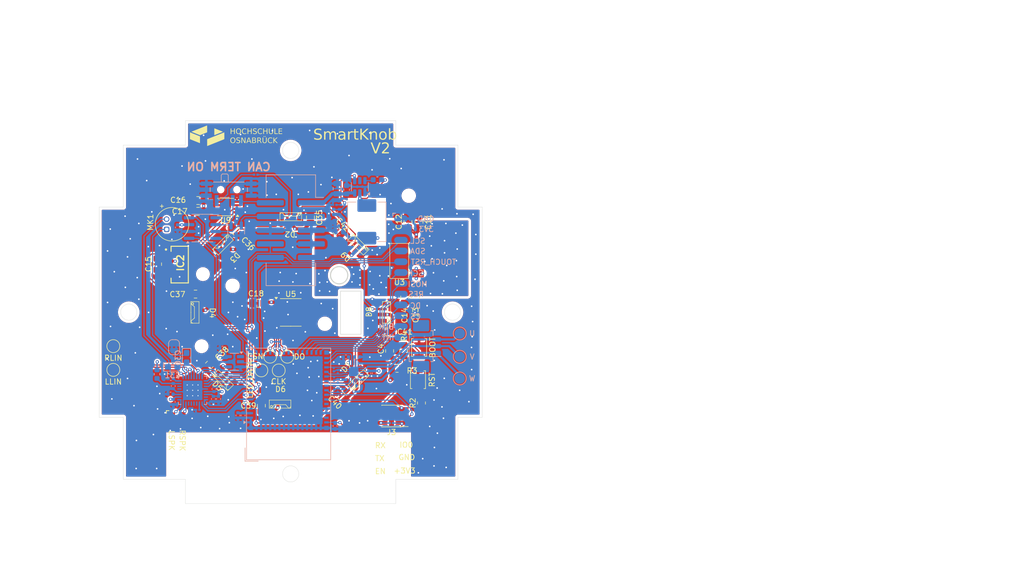
<source format=kicad_pcb>
(kicad_pcb (version 20241229) (generator "pcbnew") (generator_version "9.0")
  (layers (0 "F.Cu" signal) (4 "In1.Cu" power) (6 "In2.Cu" power) (2 "B.Cu" signal) (13 "F.Paste" user) (15 "B.Paste" user) (5 "F.SilkS" user "F.Silkscreen") (7 "B.SilkS" user "B.Silkscreen") (1 "F.Mask" user) (3 "B.Mask" user) (25 "Edge.Cuts" user))
  (net 0 "")
  (net 1 "GND")
  (net 2 "+3V3")
  (net 3 "PROG_EN")
  (net 4 "5-24V")
  (net 5 "Net-(U2-SW)")
  (net 6 "Net-(U2-BOOT)")
  (net 7 "Net-(U2-FB)")
  (net 8 "+5V")
  (net 9 "Net-(JP1-B)")
  (net 10 "Net-(MK1-+)")
  (net 11 "/motor/VCP")
  (net 12 "Net-(IC1-1.8VOUT)")
  (net 13 "/RGB-LEDS/LED_DATA_5V")
  (net 14 "Net-(D2-DOUT)")
  (net 15 "Net-(D2-DIN)")
  (net 16 "CANH")
  (net 17 "PROG_RX")
  (net 18 "PROG_IO0")
  (net 19 "PROG_TX")
  (net 20 "LCD_SCK")
  (net 21 "LCD_MOSI")
  (net 22 "LCD_BLK")
  (net 23 "LCD_CS")
  (net 24 "LCD_RES")
  (net 25 "LCD_DC")
  (net 26 "Net-(R4-Pad1)")
  (net 27 "SCL")
  (net 28 "SDA")
  (net 29 "MAG_DO")
  (net 30 "MAG_CLK")
  (net 31 "TMC_UL")
  (net 32 "TMC_WL")
  (net 33 "TMC_VL")
  (net 34 "TMC_UH")
  (net 35 "TMC_VH")
  (net 36 "TMC_WH")
  (net 37 "MAG_CSN")
  (net 38 "W")
  (net 39 "U")
  (net 40 "V")
  (net 41 "TMC_DIAG")
  (net 42 "CAN_TX")
  (net 43 "CAN_RX")
  (net 44 "LED_DATA_3V3")
  (net 45 "I2S_BCLK")
  (net 46 "I2S_FS")
  (net 47 "I2S_ADC")
  (net 48 "I2S_DAC")
  (net 50 "I2S_MCLK")
  (net 51 "+3.3VA")
  (net 54 "CANL")
  (net 55 "TOUCH_INT")
  (net 56 "Net-(SW3-A)")
  (net 60 "Net-(U6-MICBIAS)")
  (net 61 "Net-(U6-VREF)")
  (net 62 "Net-(U6-LMICN)")
  (net 63 "Net-(U6-LMICP)")
  (net 64 "/audioamplifier/LSPKOUT")
  (net 65 "/audioamplifier/RSPKOUT")
  (net 66 "Net-(U8-Rs)")
  (net 67 "Net-(U6-MODE)")
  (net 68 "Net-(U6-LLIN{slash}GPIO2)")
  (net 69 "Net-(U6-RLIN{slash}GPIO3)")
  (net 71 "MAG_PUSH")
  (net 81 "Net-(R2-Pad1)")
  (net 82 "Net-(R6-Pad2)")
  (net 88 "TOUCH_RST")
  (net 89 "Net-(D3-DOUT)")
  (net 91 "Net-(D5-DOUT)")
  (net 92 "Net-(D6-DOUT)")
  (net 93 "Net-(D8-DOUT)")
  (net 95 "Net-(D7-DOUT)")
  (footprint "MountingHole:MountingHole_2.2mm_M2" (layer "F.Cu") (at 106.318 102.106)
    (property "Reference" "H2" (hide yes))
    (property "Value" "MountingHole")
  )
  (footprint "Package_SO:SO-8_3.9x4.9mm_P1.27mm" (layer "F.Cu") (at 100 100)
    (property "Reference" "U5")
    (property "Value" "MT6701CT")
  )
  (footprint "Capacitor_SMD:C_0805_2012Metric_Pad1.18x1.45mm_HandSolder" (layer "F.Cu") (at 109.35 115.5 135)
    (property "Reference" "C40")
    (property "Value" "0.1uF")
  )
  (footprint "Capacitor_SMD:C_0805_2012Metric_Pad1.18x1.45mm_HandSolder" (layer "F.Cu") (at 93.918 98.306 180)
    (property "Reference" "C18")
    (property "Value" "0.1uF")
  )
  (footprint "MountingHole:MountingHole_2.2mm_M2" (layer "F.Cu") (at 121.868 78.356)
    (property "Reference" "H3" (hide yes))
    (property "Value" "MountingHole")
  )
  (footprint "Capacitor_SMD:C_0805_2012Metric_Pad1.18x1.45mm_HandSolder" (layer "F.Cu") (at 123.154 97.2035 -90)
    (property "Reference" "C13")
    (property "Value" "4.7uF")
  )
  (footprint "liebler_OPTO:SK6812_SIDE_A_handsolder" (layer "F.Cu") (at 113.1 113.1 45)
    (property "Reference" "D7")
    (property "Value" "SK6812SIDE-A")
  )
  (footprint "TestPoint:TestPoint_Pad_D2.0mm" (layer "F.Cu") (at 94.55 110.75 180)
    (property "Reference" "TP9" (hide yes))
    (property "Value" "LED_DATA")
  )
  (footprint "TestPoint:TestPoint_Pad_D2.0mm" (layer "F.Cu") (at 96.168 108.206)
    (property "Reference" "TP3" (hide yes))
    (property "Value" "CSN")
  )
  (footprint "Resistor_SMD:R_0805_2012Metric_Pad1.20x1.40mm_HandSolder" (layer "F.Cu") (at 120.925 107.1 -90)
    (property "Reference" "R4")
    (property "Value" "1K")
  )
  (footprint "Capacitor_SMD:C_0805_2012Metric_Pad1.18x1.45mm_HandSolder" (layer "F.Cu") (at 108.55 84.9 135)
    (property "Reference" "C42")
    (property "Value" "0.1uF")
  )
  (footprint "liebler_OPTO:SK6812_SIDE_A_handsolder" (layer "F.Cu") (at 113.1 86.9 135)
    (property "Reference" "D9")
    (property "Value" "SK6812SIDE-A")
  )
  (footprint "Capacitor_SMD:C_0805_2012Metric_Pad1.18x1.45mm_HandSolder" (layer "F.Cu") (at 94.55 117.3 90)
    (property "Reference" "C39")
    (property "Value" "0.1uF")
  )
  (footprint "SolderPads:SolderPads_2mm_2" (layer "F.Cu") (at 77.942999 119.718499)
    (property "Reference" "J5" (hide yes))
    (property "Value" "Speaker_out")
  )
  (footprint "Button_Switch_SMD:SW_SPST_B3U-1000P" (layer "F.Cu") (at 123.775 106.5 90)
    (property "Reference" "SW2" (hide yes))
    (property "Value" "BOOT")
  )
  (footprint "liebler_OPTO:SK6812_SIDE_A_handsolder" (layer "F.Cu") (at 86.9 86.9 -135)
    (property "Reference" "D3")
    (property "Value" "SK6812SIDE-A")
  )
  (footprint "liebler_OPTO:SK6812_SIDE_A_handsolder" (layer "F.Cu") (at 81.5 100 -90)
    (property "Reference" "D4")
    (property "Value" "SK6812SIDE-A")
  )
  (footprint "Capacitor_SMD:C_0805_2012Metric_Pad1.18x1.45mm_HandSolder" (layer "F.Cu") (at 121.718 83.206 90)
    (property "Reference" "C12")
    (property "Value" "1uF")
  )
  (footprint "liebler_OPTO:SK6812_SIDE_A_handsolder" (layer "F.Cu") (at 86.9 113.1 -45)
    (property "Reference" "D5")
    (property "Value" "SK6812SIDE-A")
  )
  (footprint "Connector_PinHeader_1.27mm:PinHeader_2x03_P1.27mm_Vertical_SMD" (layer "F.Cu") (at 118.675 119.22 180)
    (property "Reference" "J3")
    (property "Value" "PROG")
  )
  (footprint "TestPoint:TestPoint_Pad_D2.0mm" (layer "F.Cu") (at 67.118 110.656)
    (property "Reference" "TP1" (hide yes))
    (property "Value" "LLIN")
  )
  (footprint "Resistor_SMD:R_0805_2012Metric_Pad1.20x1.40mm_HandSolder" (layer "F.Cu") (at 124.225 116.8 -90)
    (property "Reference" "R2")
    (property "Value" "K22")
  )
  (footprint "Capacitor_SMD:C_0805_2012Metric_Pad1.18x1.45mm_HandSolder" (layer "F.Cu") (at 82.35 96.6 180)
    (property "Reference" "C37")
    (property "Value" "0.1uF")
  )
  (footprint "liebler_SEMICONDUCTORS:SOT-223-3_TabPin2_HANDSOLDER" (layer "F.Cu") (at 120.104 90.4535 180)
    (property "Reference" "U3")
    (property "Value" "AMS1117")
  )
  (footprint "Capacitor_SMD:C_0805_2012Metric_Pad1.18x1.45mm_HandSolder" (layer "F.Cu") (at 121.118 97.206 -90)
    (property "Reference" "C14")
    (property "Value" "1uF")
  )
  (footprint "Capacitor_SMD:C_0805_2012Metric_Pad1.18x1.45mm_HandSolder" (layer "F.Cu") (at 118.325 107.15 90)
    (property "Reference" "C4")
    (property "Value" "0.1uF")
  )
  (footprint "TestPoint:TestPoint_Pad_D2.0mm" (layer "F.Cu") (at 99.368 108.206)
    (property "Reference" "TP5" (hide yes))
    (property "Value" "DO")
  )
  (footprint "Resistor_SMD:R_0805_2012Metric_Pad1.20x1.40mm_HandSolder" (layer "F.Cu") (at 119.7 110.375 180)
    (property "Reference" "R3")
    (property "Value" "10K")
  )
  (footprint "Capacitor_SMD:C_0805_2012Metric_Pad1.18x1.45mm_HandSolder" (layer "F.Cu") (at 82.818 79.256)
    (property "Reference" "C16")
    (property "Value" "10uF")
  )
  (footprint "VEML7700:VEML7700" (layer "F.Cu") (at 77.818 87.731 -90)
    (property "Reference" "IC2")
    (property "Value" "VEML7700-TT" (hide yes))
  )
  (footprint "Sensor_Audio:POM-2244P-C3310-2-R" (layer "F.Cu") (at 77 84.6 90)
    (property "Reference" "MK1")
    (property "Value" "Microphone_Condenser")
  )
  (footprint "liebler_OPTO:SK6812_SIDE_A_handsolder" (layer "F.Cu") (at 118.5 100 90)
    (property "Reference" "D8")
    (property "Value" "SK6812SIDE-A")
  )
  (footprint "liebler_OPTO:SK6812_SIDE_A_handsolder" (layer "F.Cu") (at 100 81.5 180)
    (property "Reference" "D2")
    (property "Value" "SK6812SIDE-A")
  )
  (footprint "Capacitor_SMD:C_0805_2012Metric_Pad1.18x1.45mm_HandSolder" (layer "F.Cu") (at 89.8 84.95 135)
    (property "Reference" "C36")
    (property "Value" "0.1uF")
  )
  (footprint "Capacitor_SMD:C_0805_2012Metric_Pad1.18x1.45mm_HandSolder" (layer "F.Cu") (at 123.768 83.206 90)
    (property "Reference" "C11")
    (property "Value" "4.7uF")
  )
  (footprint "Capacitor_SMD:C_0805_2012Metric_Pad1.18x1.45mm_HandSolder" (layer "F.Cu") (at 103.65 82.35 90)
    (property "Reference" "C35")
    (property "Value" "0.1uF")
  )
  (footprint "MountingHole:MountingHole_2.1mm" (layer "F.Cu") (at 83.725 92.9)
    (property "Reference" "H4" (hide yes))
    (property "Value" "MountingHole")
  )
  (footprint "TestPoint:TestPoint_Pad_D2.0mm" (layer "F.Cu") (at 67.118 106.256)
    (property "Reference" "TP2" (hide yes))
    (property "Value" "RLIN")
  )
  (footprint "pcb_images:hs_osna_5" (layer "F.Cu") (at 84.506 67.234)
    (property "Reference" "G***" (hide yes))
    (property "Value" "LOGO" (hide yes))
  )
  (footprint "Button_Switch_SMD:SW_SPST_B3U-1000P" (layer "F.Cu") (at 123.575 112.475 -90)
    (property "Reference" "SW1" (hide yes))
    (property "Value" "RST")
  )
  (footprint "MountingHole:MountingHole_2.2mm_M2" (layer "F.Cu") (at 89.218 95.056)
    (property "Reference" "H1" (hide yes))
    (property "Value" "MountingHole")
  )
  (footprint "Package_SO:MSOP-8_3x3mm_P0.65mm" (layer "F.Cu") (at 87.918 80.456 180)
    (property "Reference" "U9")
    (property "Value" "MCP9808_MSOP")
  )
  (footprint "Capacitor_SMD:C_0805_2012Metric_Pad1.18x1.45mm_HandSolder" (layer "F.Cu") (at 75.318 91.056 90)
    (property "Reference" "C15")
    (property "Value" "0.1uF")
  )
  (footprint "Capacitor_SMD:C_0805_2012Metric_Pad1.18x1.45mm_HandSolder" (layer "F.Cu") (at 82.818 81.256)
    (property "Reference" "C17")
    (property "Value" "0.1uF")
  )
  (footprint "liebler_OPTO:SK6812_SIDE_A_handsolder" (layer "F.Cu") (at 98.018 117.756)
    (property "Reference" "D6")
    (property "Value" "SK6812SIDE-A")
  )
  (footprint "Capacitor_SMD:C_0805_2012Metric_Pad1.18x1.45mm_HandSolder" (layer "F.Cu") (at 117.75 103.6 180)
    (property "Reference" "C41")
    (property "Value" "0.1uF")
  )
  (footprint "Capacitor_SMD:C_0805_2012Metric_Pad1.18x1.45mm_HandSolder" (layer "F.Cu") (at 84.9 109.75 45)
    (property "Reference" "C38")
    (property "Value" "0.1uF")
  )
  (footprint "MountingHole:MountingHole_2.1mm" (layer "F.Cu") (at 83.475 106.275)
    (property "Reference" "H4" (hide yes))
    (property "Value" "MountingHole")
  )
  (footprint "TestPoint:TestPoint_Pad_D2.0mm" (layer "F.Cu") (at 97.768 110.756)
    (property "Reference" "TP4" (hide yes))
    (property "Value" "CLK")
  )
  (footprint "Capacitor_SMD:C_0402_1005Metric" (layer "B.Cu") (at 107.95 81.35 90)
    (property "Reference" "C8" (hide yes))
    (property "Value" "56pF")
  )
  (footprint "RF_Module:ESP32-S2-MINI-1" (layer "B.Cu") (at 99.604 116.9865)
    (property "Reference" "U1" (hide yes))
    (property "Value" "ESP32-S3-MINI-1")
  )
  (footprint "Connector_Molex:Molex_PicoBlade_53261-0371_1x03-1MP_P1.25mm_Horizontal" (layer "B.Cu") (at 124.66 106.256 90)
    (property "Reference" "J2" (hide yes))
    (property "Value" "Conn_motor")
  )
  (footprint "Capacitor_SMD:C_0402_1005Metric" (layer "B.Cu") (at 110.218 108.256 180)
    (property "Reference" "C23" (hide yes))
    (property "Value" "0.1uF")
  )
  (footprint "Resistor_SMD:R_0201_0603Metric" (layer "B.Cu") (at 91.268 114.956 -90)
    (property "Reference" "R9" (hide yes))
    (property "Value" "3K3")
  )
  (footprint "liebler_MECH:SW_SPDT_PCM12_handsolder" (layer "B.Cu") (at 88.518 77.556)
    (property "Reference" "SW3" (hide yes))
    (property "Value" "SW_SPDT_with_Case")
  )
  (footprint "TMC6300:QFN40P300X300X90-21N" (layer "B.Cu") (at 111.668 110.956 90)
    (property "Reference" "IC1" (hide yes))
    (property "Value" "TMC6300-LA" (hide yes))
  )
  (footprint "Capacitor_SMD:C_0402_1005Metric" (layer "B.Cu") (at 85.768 114.206 90)
    (property "Reference" "C26" (hide yes))
    (property "Value" "0.1uF")
  )
  (footprint "Resistor_SMD:R_0201_0603Metric" (layer "B.Cu") (at 107.968 110.606 -90)
    (property "Reference" "R15" (hide yes))
    (property "Value" "10K")
  )
  (footprint "Capacitor_SMD:C_0402_1005Metric" (layer "B.Cu") (at 78.218 116.606 -90)
    (property "Reference" "C29" (hide yes))
    (property "Value" "4.7uF")
  )
  (footprint "Resistor_SMD:R_0402_1005Metric" (layer "B.Cu") (at 109.05 81.4 90)
    (property "Reference" "R5" (hide yes))
    (property "Value" "1M")
  )
  (footprint "Inductor_SMD:L_0603_1608Metric" (layer "B.Cu") (at 75.218 111.456 -90)
    (property "Reference" "FB1" (hide yes))
    (property "Value" "600R")
  )
  (footprint "Jumper:SolderJumper-2_P1.3mm_Bridged2Bar_RoundedPad1.0x1.5mm" (layer "B.Cu") (at 78.368 106.456 -90)
    (property "Reference" "JP1" (hide yes))
    (property "Value" "Jumper_2_Bridged")
  )
  (footprint "Capacitor_SMD:C_0402_1005Metric" (layer "B.Cu") (at 79.018 84.236 -90)
    (property "Reference" "C43" (hide yes))
    (property "Value" "0.1uF")
  )
  (footprint "Resistor_SMD:R_0201_0603Metric" (layer "B.Cu") (at 108.15 80.05 180)
    (property "Reference" "R7" (hide yes))
    (property "Value" "3K3")
  )
  (footprint "Capacitor_SMD:C_0402_1005Metric" (layer "B.Cu") (at 122.618 84.606)
    (property "Reference" "C45" (hide yes))
    (property "Value" "10uF")
  )
  (footprint "TestPoint:TestPoint_Pad_D2.0mm" (layer "B.Cu") (at 131.318 108.228 90)
    (property "Reference" "TP8" (hide yes))
    (property "Value" "V")
  )
  (footprint "Resistor_SMD:R_0201_0603Metric" (layer "B.Cu") (at 118.65 120.525 180)
    (property "Reference" "R1" (hide yes))
    (property "Value" "10K")
  )
  (footprint "Resistor_SMD:R_0201_0603Metric" (layer "B.Cu") (at 82.758 118.0685)
    (property "Reference" "R19" (hide yes))
    (property "Value" "10K")
  )
  (footprint "Capacitor_SMD:C_0603_1608Metric" (layer "B.Cu") (at 116.05 75.4 180)
    (property "Reference" "C7" (hide yes))
    (property "Value" "0.1uF/16V")
  )
  (footprint "Capacitor_SMD:C_0603_1608Metric" (layer "B.Cu") (at 110.35 77.25 90)
    (property "Reference" "C5" (hide yes))
    (property "Value" "0.1uF/35V")
  )
  (footprint "Capacitor_SMD:C_0402_1005Metric" (layer "B.Cu") (at 91.168 119.106 -90)
    (property "Reference" "C1" (hide yes))
    (property "Value" "0.1uF")
  )
  (footprint "Package_DFN_QFN:QFN-32-1EP_5x5mm_P0.5mm_EP3.6x3.6mm_ThermalVias" (layer "B.Cu") (at 81.818 114.456 -90)
    (property "Reference" "U6" (hide yes))
    (property "Value" "NAU8822")
  )
  (footprint "Resistor_SMD:R_0201_0603Metric" (layer "B.Cu") (at 93.518 74.456 180)
    (property "Reference" "R21" (hide yes))
    (property "Value" "120")
  )
  (footprint "Resistor_SMD:R_0201_0603Metric" (layer "B.Cu") (at 108.718 114.406 90)
    (property "Reference" "R16" (hide yes))
    (property "Value" "10K")
  )
  (footprint "Connector_IDC:IDC-Header_2x05_P2.54mm_Vertical_SMD" (layer "B.Cu") (at 100.018 84.756 180)
    (property "Reference" "J1" (hide yes))
    (property "Value" "BaseConnect")
  )
  (footprint "Resistor_SMD:R_0201_0603Metric" (layer "B.Cu") (at 77.968 111.406)
    (property "Reference" "R20" (hide yes))
    (property "Value" "2K2")
  )
  (footprint "Resistor_SMD:R_0201_0603Metric" (layer "B.Cu") (at 108.718 112.706 90)
    (property "Reference" "R18" (hide yes))
    (property "Value" "10K")
  )
  (footprint "Package_TO_SOT_SMD:SOT-23" (layer "B.Cu") (at 89.884 84.824 -90)
    (property "Reference" "D10" (hide yes))
    (property "Value" "NUP2105L")
  )
  (footprint "Resistor_SMD:R_0201_0603Metric" (layer "B.Cu") (at 108.718 111.006 90)
    (property "Reference" "R14" (hide yes))
    (property "Value" "10K")
  )
  (footprint "Capacitor_SMD:C_0402_1005Metric" (layer "B.Cu") (at 77.768 112.256 180)
    (property "Reference" "C32" (hide yes))
    (property "Value" "4.7uF")
  )
  (footprint "Package_TO_SOT_SMD:SOT-23-6" (layer "B.Cu") (at 112.8 76.7 90)
    (property "Reference" "U2" (hide yes))
    (property "Value" "TPS54202DDC")
  )
  (footprint "Capacitor_SMD:C_0402_1005Metric" (layer "B.Cu") (at 86.618 116.056 -90)
    (property "Reference" "C25" (hide yes))
    (property "Value" "4.7uF")
  )
  (footprint "Resistor_SMD:R_0201_0603Metric" (layer "B.Cu") (at 109.65 80.05 180)
    (property "Reference" "R6" (hide yes))
    (property "Value" "10K")
  )
  (footprint "TestPoint:TestPoint_Pad_D2.0mm" (layer "B.Cu") (at 131.318 112.256 90)
    (property "Reference" "TP6" (hide yes))
    (property "Value" "W")
  )
  (footprint "Resistor_SMD:R_0201_0603Metric" (layer "B.Cu") (at 108.018 112.306 -90)
    (property "Reference" "R13" (hide yes))
    (property "Value" "10K")
  )
  (footprint "Capacitor_SMD:C_0402_1005Metric" (layer "B.Cu") (at 77.718 115.156 180)
    (property "Reference" "C33" (hide yes))
    (property "Value" "4.7uF")
  )
  (footprint "Capacitor_SMD:C_0402_1005Metric" (layer "B.Cu") (at 78.218 113.656 -90)
    (property "Reference" "C28" (hide yes))
    (property "Value" "4.7uF")
  )
  (footprint "Capacitor_SMD:C_0805_2012Metric" (layer "B.Cu") (at 108.6 77.05 90)
    (property "Reference" "C6" (hide yes))
    (property "Value" "10uF/35V")
  )
  (footprint "Capacitor_SMD:C_0402_1005Metric" (layer "B.Cu") (at 90.218 119.106 -90)
    (property "Reference" "C2" (hide yes))
    (property "Value" "22uF")
  )
  (footprint "Capacitor_SMD:C_0402_1005Metric" (layer "B.Cu") (at 87.35 106.65 180)
    (property "Reference" "C34" (hide yes))
    (property "Value" "0.1uF")
  )
  (footprint "Capacitor_Tantalum_SMD:CP_EIA-2012-12_Kemet-R" (layer "B.Cu") (at 78.118 110.106)
    (property "Reference" "C31")
    (property "Value" "1uF")
  )
  (footprint "Resistor_SMD:R_0201_0603Metric" (layer "B.Cu") (at 97.918 105.756 90)
    (property "Reference" "R11" (hide yes))
    (property "Value" "3K3")
  )
  (footprint "SolderPads:SolderPads_2mm_12" (layer "B.Cu") (at 120.418 82.606 -90)
    (property "Reference" "J4" (hide yes))
    (property "Value" "Conn_01x12_Pin")
  )
  (footprint "Capacitor_SMD:C_0402_1005Metric" (layer "B.Cu") (at 86.718 114.206 90)
    (property "Reference" "C27" (hide yes))
    (property "Value" "4.7uF")
  )
  (footprint "Capacitor_SMD:C_0402_1005Metric_Pad0.74x0.62mm_HandSolder" (layer "B.Cu") (at 108.218 121.056 -90)
    (property "Reference" "C3" (hide yes))
    (property "Value" "0.1uF")
  )
  (footprint "Capacitor_SMD:C_0402_1005Metric" (layer "B.Cu") (at 115.468 111.306 -90)
    (property "Reference" "C20" (hide yes))
    (property "Value" "10u")
  )
  (footprint "Resistor_SMD:R_0201_0603Metric" (layer "B.Cu") (at 91.268 116.386 90)
    (property "Reference" "R10" (hide yes))
    (property "Value" "3K3")
  )
  (footprint "Capacitor_SMD:C_0402_1005Metric" (layer "B.Cu") (at 112.318 108.256)
    (property "Reference" "C22" (hide yes))
    (property "Value" "0.1uF")
  )
  (footprint "Inductor_SMD:L_APV_APH0630" (layer "B.Cu") (at 114.1 83.2 -90)
    (property "Reference" "L1" (hide yes))
    (property "Value" "10u")
  )
  (footprint "Package_SO:SOIC-8_3.9x4.9mm_P1.27mm" (layer "B.Cu") (at 83.618 84.356)
    (property "Reference" "U8" (hide yes))
    (property "Value" "SN65HVD230")
  )
  (footprint "Capacitor_SMD:C_0402_1005Metric" (layer "B.Cu") (at 85.668 116.056 -90)
    (property "Reference" "C24" (hide yes))
    (property "Value" "0.1uF")
  )
  (footprint "Resistor_SMD:R_0201_0603Metric" (layer "B.Cu") (at 108.018 114.006 -90)
    (property "Reference" "R17" (hide yes))
    (property "Value" "10K")
  )
  (footprint "Resistor_SMD:R_0201_0603Metric" (layer "B.Cu") (at 97.168 105.756 90)
    (property "Reference" "R12" (hide yes))
    (property "Value" "3K3")
  )
  (footprint "Capacitor_SMD:C_0402_1005Metric" (layer "B.Cu") (at 112.668 113.656 180)
    (property "Reference" "C19" (hide yes))
    (property "Value" "10n/50V")
  )
  (footprint "Capacitor_SMD:C_0603_1608Metric" (layer "B.Cu") (at 108.95 83.106 180)
    (property "Reference" "C9" (hide yes))
    (property "Value" "22uF")
  )
  (footprint "TestPoint:TestPoint_Pad_D2.0mm" (layer "B.Cu") (at 131.318 103.91 90)
    (property "Reference" "TP7" (hide yes))
    (property "Value" "U")
  )
  (footprint "Resistor_SMD:R_0201_0603Metric" (layer "B.Cu") (at 86.718 87.556 180)
    (property "Reference" "R22" (hide yes))
    (property "Value" "10K")
  )
  (footprint "Package_TO_SOT_SMD:SOT-23-5" (layer "B.Cu") (at 89.55 109.15 180)
    (property "Reference" "U7" (hide yes))
    (property "Value" "SN74LV1T34DBV")
  )
  (footprint "Capacitor_Tantalum_SMD:CP_EIA-2012-12_Kemet-R" (layer "B.Cu") (at 80.7 108.4 -90)
    (property "Reference" "C30")
    (property "Value" "1uF")
  )
  (footprint "Capacitor_SMD:C_0402_1005Metric" (layer "B.Cu") (at 114.468 111.306 -90)
    (property "Reference" "C21" (hide yes))
    (property "Value" "u1")
  )
  (footprint "Capacitor_SMD:C_0603_1608Metric" (layer "B.Cu") (at 109 85.05 180)
    (property "Reference" "C10" (hide yes))
    (property "Value" "22uF")
  )
  (gr_line (start 69.984 130.956) (end 68.984 130.956) (stroke (width 0.05)) (layer "Edge.Cuts"))
  (gr_line (start 68.984 119.456) (end 64.484 119.456) (stroke (width 0.05)) (layer "Edge.Cuts"))
  (gr_line (start 135.484 119.456) (end 130.984 119.456) (stroke (width 0.05)) (layer "Edge.Cuts"))
  (gr_line (start 130.984 119.456) (end 130.984 130.956) (stroke (width 0.05)) (layer "Edge.Cuts"))
  (gr_line (start 130.984 80.456) (end 135.484 80.456) (stroke (width 0.05)) (layer "Edge.Cuts"))
  (gr_line (start 119.484 64.456) (end 119.484 68.956) (stroke (width 0.05)) (layer "Edge.Cuts"))
  (gr_line (start 135.484 80.456) (end 135.484 119.456) (stroke (width 0.05)) (layer "Edge.Cuts"))
  (gr_line (start 119.484 135.456) (end 80.484 135.456) (stroke (width 0.05)) (layer "Edge.Cuts"))
  (gr_line (start 80.484 135.456) (end 80.484 130.956) (stroke (width 0.05)) (layer "Edge.Cuts"))
  (gr_line (start 80.484 64.456) (end 119.484 64.456) (stroke (width 0.05)) (layer "Edge.Cuts"))
  (gr_line (start 68.984 68.956) (end 80.484 68.956) (stroke (width 0.05)) (layer "Edge.Cuts"))
  (gr_line (start 64.484 80.456) (end 68.984 80.456) (stroke (width 0.05)) (layer "Edge.Cuts"))
  (gr_line (start 130.984 130.956) (end 119.484 130.956) (stroke (width 0.05)) (layer "Edge.Cuts"))
  (gr_line (start 64.484 119.456) (end 64.484 80.456) (stroke (width 0.05)) (layer "Edge.Cuts"))
  (gr_line (start 130.984 80.456) (end 130.984 68.956) (stroke (width 0.05)) (layer "Edge.Cuts"))
  (gr_line (start 80.484 68.956) (end 80.484 64.456) (stroke (width 0.05)) (layer "Edge.Cuts"))
  (gr_rect (start 109.218 96.056) (end 113.018 104.056) (stroke (width 0.1)) (fill no) (layer "Edge.Cuts"))
  (gr_circle (center 99.984 69.956) (end 99.984 68.456) (stroke (width 0.05)) (fill no) (layer "Edge.Cuts"))
  (gr_line (start 119.484 68.956) (end 130.984 68.956) (stroke (width 0.05)) (layer "Edge.Cuts"))
  (gr_line (start 119.484 130.956) (end 119.484 135.456) (stroke (width 0.05)) (layer "Edge.Cuts"))
  (gr_circle (center 99.984 129.956) (end 99.984 128.456) (stroke (width 0.05)) (fill no) (layer "Edge.Cuts"))
  (gr_circle (center 129.984 99.956) (end 129.984 98.456) (stroke (width 0.05)) (fill no) (layer "Edge.Cuts"))
  (gr_line (start 68.984 130.956) (end 68.984 119.456) (stroke (width 0.05)) (layer "Edge.Cuts"))
  (gr_circle (center 69.984 99.956) (end 69.984 98.456) (stroke (width 0.05)) (fill no) (layer "Edge.Cuts"))
  (gr_circle (center 108.968 93.106) (end 110.568 93.106) (stroke (width 0.2)) (fill no) (layer "Edge.Cuts"))
  (gr_line (start 80.484 130.956) (end 69.984 130.956) (stroke (width 0.05)) (layer "Edge.Cuts"))
  (gr_line (start 68.984 80.456) (end 68.984 68.956) (stroke (width 0.05)) (layer "Edge.Cuts"))
  (gr_text "IO0\n" (at 121.4 124.575 0) (layer "F.SilkS") (effects (font (size 1 1))))
  (gr_text "+3V3" (at 121.1 129.375 0) (layer "F.SilkS") (effects (font (size 1 1))))
  (gr_text "LSPK\n" (at 77.918 123.756 -90) (layer "F.SilkS") (effects (font (size 1 1))))
  (gr_text "GND\n" (at 121.5 126.875 0) (layer "F.SilkS") (effects (font (size 1 1))))
  (gr_text "SmartKnob\n" (at 104.15 68.3 0) (layer "F.SilkS") (effects (font (size 2 2) (thickness 0.125)) (justify left bottom)))
  (gr_text "RSPK\n" (at 79.918001 123.756 -90) (layer "F.SilkS") (effects (font (size 1 1))))
  (gr_text "TX" (at 116.5 127.075 0) (layer "F.SilkS") (effects (font (size 1 1))))
  (gr_text "V2" (at 114.775 70.85 0) (layer "F.SilkS") (effects (font (size 2 2) (thickness 0.125)) (justify left bottom)))
  (gr_text "RX\n" (at 116.6 124.675 0) (layer "F.SilkS") (effects (font (size 1 1))))
  (gr_text "EN" (at 116.6 129.475 0) (layer "F.SilkS") (effects (font (size 1 1))))
  (gr_text "HOCHSCHULE\nOSNABRÜCK" (at 88.718 68.756 0) (layer "F.SilkS") (effects (font (size 1 1)) (justify left bottom)))
  (gr_text "DC" (at 123.118 98.756 0) (layer "B.SilkS") (effects (font (size 1 1)) (justify mirror)))
  (gr_text "TOUCH_RST" (at 126.45 90.65 0) (layer "B.SilkS") (effects (font (size 1 1)) (justify mirror)))
  (gr_text "SCL" (at 123.55 86.75 0) (layer "B.SilkS") (effects (font (size 1 1)) (justify mirror)))
  (gr_text "3V3" (at 125.1 84.556 0) (layer "B.SilkS") (effects (font (size 1 1)) (justify mirror)))
  (gr_text "INT" (at 118.018 104.656 0) (layer "B.SilkS") (effects (font (size 1 1)) (justify mirror)))
  (gr_text "SCK\n" (at 123.118 92.756 0) (layer "B.SilkS") (effects (font (size 1 1)) (justify mirror)))
  (gr_text "GND" (at 125.05 82.656 0) (layer "B.SilkS") (effects (font (size 1 1)) (justify mirror)))
  (gr_text "CAN TERM ON" (at 88.5 73.9 0) (layer "B.SilkS") (effects (font (size 1.5 1.5) (thickness 0.3) (bold yes)) (justify bottom mirror)))
  (gr_text "RES" (at 123.218 96.656 0) (layer "B.SilkS") (effects (font (size 1 1)) (justify mirror)))
  (gr_text "SDA" (at 123.55 88.65 0) (layer "B.SilkS") (effects (font (size 1 1)) (justify mirror)))
  (gr_text "CS" (at 123.118 100.756 0) (layer "B.SilkS") (effects (font (size 1 1)) (justify mirror)))
  (gr_text "MOSI" (at 123.518 94.756 0) (layer "B.SilkS") (effects (font (size 1 1)) (justify mirror)))
  (gr_text "BLK\n" (at 117.718 102.656 0) (layer "B.SilkS") (effects (font (size 1 1)) (justify mirror)))
  (segment (start 97.4685 101.926) (end 97.4685 102.8055) (width 0.2) (layer "F.Cu") (net 1))
  (segment (start 110.784225 86.846967) (end 110.784225 85.541819) (width 0.4) (layer "F.Cu") (net 1))
  (segment (start 76.468 114.606) (end 76.768 114.306) (width 0.2) (layer "F.Cu") (net 1))
  (segment (start 107.816377 84.166377) (end 107.816377 83.316377) (width 0.4) (layer "F.Cu") (net 1))
  (segment (start 97.4685 102.8055) (end 97.418 102.856) (width 0.2) (layer "F.Cu") (net 1))
  (segment (start 110.784225 85.541819) (end 109.408783 84.166377) (width 0.4) (layer "F.Cu") (net 1))
  (segment (start 77.418 91.766) (end 75.6455 91.766) (width 0.2) (layer "F.Cu") (net 1))
  (segment (start 79.968 114.306) (end 80.818 113.456) (width 0.2) (layer "F.Cu") (net 1))
  (segment (start 109.408783 84.166377) (end 107.816377 84.166377) (width 0.4) (layer "F.Cu") (net 1))
  (segment (start 107.816377 83.316377) (end 105.65 81.15) (width 0.4) (layer "F.Cu") (net 1))
  (segment (start 76.768 114.306) (end 79.968 114.306) (width 0.2) (layer "F.Cu") (net 1))
  (via (at 134.15 93.85) (size 0.6) (drill 0.3) (layers "F.Cu" "B.Cu") (net 1))
  (via (at 133.518 98.856) (size 0.6) (drill 0.3) (layers "F.Cu" "B.Cu") (net 1))
  (via (at 70.95 117.3) (size 0.6) (drill 0.3) (layers "F.Cu" "B.Cu") (net 1))
  (via (at 69.75 112.25) (size 0.6) (drill 0.3) (layers "F.Cu" "B.Cu") (net 1))
  (via (at 79.85 72.85) (size 0.6) (drill 0.3) (layers "F.Cu" "B.Cu") (net 1))
  (via (at 118.568 79.806) (size 0.6) (drill 0.3) (layers "F.Cu" "B.Cu") (net 1))
  (via (at 108.65 66.85) (size 0.6) (drill 0.3) (layers "F.Cu" "B.Cu") (net 1))
  (via (at 90.15 100.8) (size 0.6) (drill 0.3) (layers "F.Cu" "B.Cu") (net 1))
  (via (at 116.55 78.15) (size 0.6) (drill 0.3) (layers "F.Cu" "B.Cu") (net 1))
  (via (at 81.368 76.206) (size 0.6) (drill 0.3) (layers "F.Cu" "B.Cu") (net 1))
  (via (at 87.668 75.606) (size 0.6) (drill 0.3) (layers "F.Cu" "B.Cu") (net 1))
  (via (at 133.5 106.5) (size 0.6) (drill 0.3) (layers "F.Cu" "B.Cu") (net 1))
  (via (at 100.368 87.906) (size 0.6) (drill 0.3) (layers "F.Cu" "B.Cu") (net 1))
  (via (at 85.668 117.056) (size 0.6) (drill 0.3) (layers "F.Cu" "B.Cu") (net 1))
  (via (at 73.3 75.55) (size 0.6) (drill 0.3) (layers "F.Cu" "B.Cu") (net 1))
  (via (at 78.918 103.556) (size 0.6) (drill 0.3) (layers "F.Cu" "B.Cu") (net 1))
  (via (at 95.468 113.856) (size 0.6) (drill 0.3) (layers "F.Cu" "B.Cu") (net 1))
  (via (at 84.168 82.706) (size 0.6) (drill 0.3) (layers "F.Cu" "B.Cu") (net 1))
  (via (at 126.55 116.25) (size 0.6) (drill 0.3) (layers "F.Cu" "B.Cu") (net 1))
  (via (at 114.65 66.7) (size 0.6) (drill 0.3) (layers "F.Cu" "B.Cu") (net 1))
  (via (at 69.35 95.35) (size 0.6) (drill 0.3) (layers "F.Cu" "B.Cu") (net 1))
  (via (at 116.068 111.806) (size 0.6) (drill 0.3) (layers "F.Cu" "B.Cu") (net 1))
  (via (at 82.6 108.95) (size 0.6) (drill 0.3) (layers "F.Cu" "B.Cu") (net 1))
  (via (at 99.5 100.4) (size 0.6) (drill 0.3) (layers "F.Cu" "B.Cu") (net 1))
  (via (at 109.268 114.155) (size 0.6) (drill 0.3) (layers "F.Cu" "B.Cu") (net 1))
  (via (at 114.65 108.3) (size 0.6) (drill 0.3) (layers "F.Cu" "B.Cu") (net 1))
  (via (at 124.418 92.756) (size 0.6) (drill 0.3) (layers "F.Cu" "B.Cu") (net 1))
  (via (at 91.468 101.306) (size 0.6) (drill 0.3) (layers "F.Cu" "B.Cu") (net 1))
  (via (at 77.668 121.906) (size 0.6) (drill 0.3) (layers "F.Cu" "B.Cu") (net 1))
  (via (at 92.3 83.1) (size 0.6) (drill 0.3) (layers "F.Cu" "B.Cu") (net 1))
  (via (at 107.768 99.306) (size 0.6) (drill 0.3) (layers "F.Cu" "B.Cu") (net 1))
  (via (at 90.968 98.806) (size 0.6) (drill 0.3) (layers "F.Cu" "B.Cu") (net 1))
  (via (at 126.625 125.05) (size 0.6) (drill 0.3) (layers "F.Cu" "B.Cu") (net 1))
  (via (at 108.168 103.856) (size 0.6) (drill 0.3) (layers "F.Cu" "B.Cu") (net 1))
  (via (at 105.2 111.9) (size 0.6) (drill 0.3) (layers "F.Cu" "B.Cu") (net 1))
  (via (at 103.218 110.256) (size 0.6) (drill 0.3) (layers "F.Cu" "B.Cu") (net 1))
  (via (at 134.3 89.2) (size 0.6) (drill 0.3) (layers "F.Cu" "B.Cu") (net 1))
  (via (at 73.65 100) (size 0.6) (drill 0.3) (layers "F.Cu" "B.Cu") (net 1))
  (via (at 71.2 107.5) (size 0.6) (drill 0.3) (layers "F.Cu" "B.Cu") (net 1))
  (via (at 88.3 104.05) (size 0.6) (drill 0.3) (layers "F.Cu" "B.Cu") (net 1))
  (via (at 79.4 93.4) (size 0.6) (drill 0.3) (layers "F.Cu" "B.Cu") (net 1))
  (via (at 74.55 122.65) (size 0.6) (drill 0.3) (layers "F.Cu" "B.Cu") (net 1))
  (via (at 128.025 117.525) (size 0.6) (drill 0.3) (layers "F.Cu" "B.Cu") (net 1))
  (via (at 124.45 127.125) (size 0.6) (drill 0.3) (layers "F.Cu" "B.Cu") (net 1))
  (via (at 109.268 110.756) (size 0.6) (drill 0.3) (layers "F.Cu" "B.Cu") (net 1))
  (via (at 75.668 87.606) (size 0.6) (drill 0.3) (layers "F.Cu" "B.Cu") (net 1))
  (via (at 93.7 104.75) (size 0.6) (drill 0.3) (layers "F.Cu" "B.Cu") (net 1))
  (via (at 98.6 119.3) (size 0.6) (drill 0.3) (layers "F.Cu" "B.Cu") (net 1))
  (via (at 101.85 96.35) (size 0.6) (drill 0.3) (layers "F.Cu" "B.Cu") (net 1))
  (via (at 95.168 99.806) (size 0.6) (drill 0.3) (layers "F.Cu" "B.Cu") (net 1))
  (via (at 104.818 114.906) (size 0.6) (drill 0.3) (layers "F.Cu" "B.Cu") (net 1))
  (via (at 81.718 118.056) (size 0.6) (drill 0.3) (layers "F.Cu" "B.Cu") (net 1))
  (via (at 133.618 104.506) (size 0.6) (drill 0.3) (layers "F.Cu" "B.Cu") (net 1))
  (via (at 108.968 109.556) (size 0.6) (drill 0.3) (layers "F.Cu" "B.Cu") (net 1))
  (via (at 76.628122 111.445878) (size 0.6) (drill 0.3) (layers "F.Cu" "B.Cu") (net 1))
  (via (at 92.8 71.55) (size 0.6) (drill 0.3) (layers "F.Cu" "B.Cu") (net 1))
  (via (at 90.018 82.656) (size 0.6) (drill 0.3) (layers "F.Cu" "B.Cu") (net 1))
  (via (at 75.718 115.056) (size 0.6) (drill 0.3) (layers "F.Cu" "B.Cu") (net 1))
  (via (at 65.95 108.65) (size 0.6) (drill 0.3) (layers "F.Cu" "B.Cu") (net 1))
  (via (at 102.7 103.6) (size 0.6) (drill 0.3) (layers "F.Cu" "B.Cu") (net 1))
  (via (at 115.068 73.556) (size 0.6) (drill 0.3) (layers "F.Cu" "B.Cu") (net 1))
  (via (at 116.7 108.05) (size 0.6) (drill 0.3) (layers "F.Cu" "B.Cu") (net 1))
  (via (at 115.1 97.55) (size 0.6) (drill 0.3) (layers "F.Cu" "B.Cu") (net 1))
  (via (at 99.1 85.85) (size 0.6) (drill 0.3) (layers "F.Cu" "B.Cu") (net 1))
  (via (at 75.2 113.7) (size 0.6) (drill 0.3) (layers "F.Cu" "B.Cu") (net 1))
  (via (at 107.618 74.956) (size 0.6) (drill 0.3) (layers "F.Cu" "B.Cu") (net 1))
  (via (at 103.418 112.006) (size 0.6) (drill 0.3) (layers "F.Cu" "B.Cu") (net 1))
  (via (at 114.4 100.4) (size 0.6) (drill 0.3) (layers "F.Cu" "B.Cu") (net 1))
  (via (at 81.718 119.656) (size 0.6) (drill 0.3) (layers "F.Cu" "B.Cu") (net 1))
  (via (at 112.75 117.075) (size 0.6) (drill 0.3) (layers "F.Cu" "B.Cu") (net 1))
  (via (at 103.268 77.656) (size 0.6) (drill 0.3) (layers "F.Cu" "B.Cu") (net 1))
  (via (at 100.25 75) (size 0.6) (drill 0.3) (layers "F.Cu" "B.Cu") (net 1))
  (via (at 66.05 88.6) (size 0.6) (drill 0.3) (layers "F.Cu" "B.Cu") (net 1))
  (via (at 69.75 89.7) (size 0.6) (drill 0.3) (layers "F.Cu" "B.Cu") (net 1))
  (via (at 95.218 103.456) (size 0.6) (drill 0.3) (layers "F.Cu" "B.Cu") (net 1))
  (via (at 76.968 96.056) (size 0.6) (drill 0.3) (layers "F.Cu" "B.Cu") (net 1))
  (via (at 76.718 118.606) (size 0.6) (drill 0.3) (layers "F.Cu" "B.Cu") (net 1))
  (via (at 91.568 81.406) (size 0.6) (drill 0.3) (layers "F.Cu" "B.Cu") (net 1))
  (via (at 76.918 103.006) (size 0.6) (drill 0.3) (layers "F.Cu" "B.Cu") (net 1))
  (via (at 105.6 76.3) (size 0.6) (drill 0.3) (layers "F.Cu" "B.Cu") (net 1))
  (via (at 104.95 108.95) (size 0.6) (drill 0.3) (layers "F.Cu" "B.Cu") (net 1))
  (via (at 100.468 109.556) (size 0.6) (drill 0.3) (layers "F.Cu" "B.Cu") (net 1))
  (via (at 131.3 114.45) (size 0.6) (drill 0.3) (layers "F.Cu" "B.Cu") (net 1))
  (via (at 128.8 128.75) (size 0.6) (drill 0.3) (layers "F.Cu" "B.Cu") (net 1))
  (via (at 71.85 83.5) (size 0.6) (drill 0.3) (layers "F.Cu" "B.Cu") (net 1))
  (via (at 126.6 108.9) (size 0.6) (drill 0.3) (layers "F.Cu" "B.Cu") (net 1))
  (via (at 109.268 112.436) (size 0.6) (drill 0.3) (layers "F.Cu" "B.Cu") (net 1))
  (via (at 120.468 73.306) (size 0.6) (drill 0.3) (layers "F.Cu" "B.Cu") (net 1))
  (via (at 90.7 121.5) (size 0.6) (drill 0.3) (layers "F.Cu" "B.Cu") (net 1))
  (via (at 128.05 80.8) (size 0.6) (drill 0.3) (layers "F.Cu" "B.Cu") (net 1))
  (via (at 100.418 105.206) (size 0.6) (drill 0.3) (layers "F.Cu" "B.Cu") (net 1))
  (via (at 96.518 113.206) (size 0.6) (drill 0.3) (layers "F.Cu" "B.Cu") (net 1))
  (via (at 126.55 128.475) (size 0.6) (drill 0.3) (layers "F.Cu" "B.Cu") (net 1))
  (via (at 107.968 109.206) (size 0.6) (drill 0.3) (layers "F.Cu" "B.Cu") (net 1))
  (via (at 115.2 101.5) (size 0.6) (drill 0.3) (layers "F.Cu" "B.Cu") (net 1))
  (via (at 77.968 86.456) (size 0.6) (drill 0.3) (layers "F.Cu" "B.Cu") (net 1))
  (via (at 87.768 80.956) (size 0.6) (drill 0.3) (layers "F.Cu" "B.Cu") (net 1))
  (via (at 91.968 80.306) (size 0.6) (drill 0.3) (layers "F.Cu" "B.Cu") (net 1))
  (via (at 128.4 71.7) (size 0.6) (drill 0.3) (layers "F.Cu" "B.Cu") (net 1))
  (via (at 101.7 119.1) (size 0.6) (drill 0.3) (layers "F.Cu" "B.Cu") (net 1))
  (via (at 84.2 71.9) (size 0.6) (drill 0.3) (layers "F.Cu" "B.Cu") (net 1))
  (via (at 85.55 104.225) (size 0.6) (drill 0.3) (layers "F.Cu" "B.Cu") (net 1))
  (via (at 84.618 119.256) (size 0.6) (drill 0.3) (layers "F.Cu" "B.Cu") (net 1))
  (via (at 104.15 119.2) (size 0.6) (drill 0.3) (layers "F.Cu" "B.Cu") (net 1))
  (via (at 89.718 91.856) (size 0.6) (drill 0.3) (layers "F.Cu" "B.Cu") (net 1))
  (via (at 71.85 97.55) (size 0.6) (drill 0.3) (layers "F.Cu" "B.Cu") (net 1))
  (via (at 98.65 80.95) (size 0.6) (drill 0.3) (layers "F.Cu" "B.Cu") (net 1))
  (via (at 86.818 121.556) (size 0.6) (drill 0.3) (layers "F.Cu" "B.Cu") (net 1))
  (via (at 133.518 110.606) (size 0.6) (drill 0.3) (layers "F.Cu" "B.Cu") (net 1))
  (via (at 79.418 78.956) (size 0.6) (drill 0.3) (layers "F.Cu" "B.Cu") (net 1))
  (via (at 70.25 86.35) (size 0.6) (drill 0.3) (layers "F.Cu" "B.Cu") (net 1))
  (via (at 110.05 81.35) (size 0.6) (drill 0.3) (layers "F.Cu" "B.Cu") (net 1))
  (via (at 71.4 123.75) (size 0.6) (drill 0.3) (layers "F.Cu" "B.Cu") (net 1))
  (via (at 72 102.75) (size 0.6) (drill 0.3) (layers "F.Cu" "B.Cu") (net 1))
  (via (at 114.25 120.1) (size 0.6) (drill 0.3) (layers "F.Cu" "B.Cu") (net 1))
  (via (at 105.65 98.35) (size 0.6) (drill 0.3) (layers "F.Cu" "B.Cu") (net 1))
  (via (at 79.568 121.606) (size 0.6) (drill 0.3) (layers "F.Cu" "B.Cu") (net 1))
  (via (at 104.3 73) (size 0.6) (drill 0.3) (layers "F.Cu" "B.Cu") (net 1))
  (via (at 107.268 107.4365) (size 0.6) (drill 0.3) (layers "F.Cu" "B.Cu") (net 1))
  (via (at 81.018 87.656) (size 0.6) (drill 0.3) (layers "F.Cu" "B.Cu") (net 1))
  (via (at 96.85 119.65) (size 0.6) (drill 0.3) (layers "F.Cu" "B.Cu") (net 1))
  (via (at 95.6 78.25) (size 0.6) (drill 0.3) (layers "F.Cu" "B.Cu") (net 1))
  (via (at 113.918 111.806) (size 0.6) (drill 0.3) (layers "F.Cu" "B.Cu") (net 1))
  (via (at 97.8 96.4) (size 0.6) (drill 0.3) (layers "F.Cu" "B.Cu") (net 1))
  (via (at 91.168 77.106) (size 0.6) (drill 0.3) (layers "F.Cu" "B.Cu") (net 1))
  (via (at 118.35 71.5) (size 0.6) (drill 0.3) (layers "F.Cu" "B.Cu") (net 1))
  (via (at 125.75 121.15) (size 0.6) (drill 0.3) (layers "F.Cu" "B.Cu") (net 1))
  (via (at 89.268 98.106) (size 0.6) (drill 0.3) (layers "F.Cu" "B.Cu") (net 1))
  (via (at 71.35 128.95) (size 0.6) (drill 0.3) (layers "F.Cu" "B.Cu") (net 1))
  (via (at 134.3 85.55) (size 0.6) (drill 0.3) (layers "F.Cu" "B.Cu") (net 1))
  (via (at 88.418 116.206) (size 0.6) (drill 0.3) (layers "F.Cu" "B.Cu") (net 1))
  (via (at 91.768 92.606) (size 0.6) (drill 0.3) (layers "F.Cu" "B.Cu") (net 1))
  (via (at 82.925 85.3) (size 0.6) (drill 0.3) (layers "F.Cu" "B.Cu") (net 1))
  (via (at 101 92.8) (size 0.6) (drill 0.3) (layers "F.Cu" "B.Cu") (net 1))
  (via (at 66.55 84.55) (size 0.6) (drill 0.3) (layers "F.Cu" "B.Cu") (net 1))
  (via (at 88.618 120.456) (size 0.6) (drill 0.3) (layers "F.Cu" "B.Cu") (net 1))
  (via (at 126.668 103.256) (size 0.6) (drill 0.3) (layers "F.Cu" "B.Cu") (net 1))
  (via (at 97.418 102.856) (size 0.6) (drill 0.3) (layers "F.Cu" "B.Cu") (net 1))
  (via (at 105.65 81.15) (size 0.6) (drill 0.3) (layers "F.Cu" "B.Cu") (net 1))
  (via (at 127.125 114.025) (size 0.6) (drill 0.3) (layers "F.Cu" "B.Cu") (net 1))
  (via (at 130.8 81.7) (size 0.6) (drill 0.3) (layers "F.Cu" "B.Cu") (net 1))
  (via (at 88.518 119.356) (size 0.6) (drill 0.3) (layers "F.Cu" "B.Cu") (net 1))
  (via (at 71.55 93.55) (size 0.6) (drill 0.3) (layers "F.Cu" "B.Cu") (net 1))
  (via (at 103.9 116.35) (size 0.6) (drill 0.3) (layers "F.Cu" "B.Cu") (net 1))
  (via (at 103.1 114.45) (size 0.6) (drill 0.3) (layers "F.Cu" "B.Cu") (net 1))
  (via (at 75.318 117.906) (size 0.6) (drill 0.3) (layers "F.Cu" "B.Cu") (net 1))
  (via (at 128.45 112.225) (size 0.6) (drill 0.3) (layers "F.Cu" "B.Cu") (net 1))
  (via (at 123.268 93.706) (size 0.6) (drill 0.3) (layers "F.Cu" "B.Cu") (net 1))
  (via (at 114.968 111.806) (size 0.6) (drill 0.3) (layers "F.Cu" "B.Cu") (net 1))
  (via (at 123.268 91.856) (size 0.6) (drill 0.3) (layers "F.Cu" "B.Cu") (net 1))
  (via (at 97.85 94.2) (size 0.6) (drill 0.3) (layers "F.Cu" "B.Cu") (net 1))
  (via (at 123.018 100.056) (size 0.6) (drill 0.3) (layers "F.Cu" "B.Cu") (net 1))
  (via (at 66.85 116.05) (size 0.6) (drill 0.3) (layers "F.Cu" "B.Cu") (net 1))
  (via (at 78.368 81.956) (size 0.6) (drill 0.3) (layers "F.Cu" "B.Cu") (net 1))
  (via (at 103.55 94.65) (size 0.6) (drill 0.3) (layers "F.Cu" "B.Cu") (net 1))
  (via (at 102.45 81.05) (size 0.6) (drill 0.3) (layers "F.Cu" "B.Cu") (net 1))
  (via (at 133.018 116.556) (size 0.6) (drill 0.3) (layers "F.Cu" "B.Cu") (net 1))
  (via (at 118.168 81.956) (size 0.6) (drill 0.3) (layers "F.Cu" "B.Cu") (net 1))
  (via (at 100.4 94.35) (size 0.6) (drill 0.3) (layers "F.Cu" "B.Cu") (net 1))
  (via (at 133.7 101.7) (size 0.6) (drill 0.3) (layers "F.Cu" "B.Cu") (net 1))
  (via (at 75.1 91.45) (size 0.6) (drill 0.3) (layers "F.Cu" "B.Cu") (net 1))
  (via (at 98.05 92.6) (size 0.6) (drill 0.3) (layers "F.Cu" "B.Cu") (net 1))
  (via (at 100.968 86.006) (size 0.6) (drill 0.3) (layers "F.Cu" "B.Cu") (net 1))
  (via (at 92.15 88.3) (size 0.6) (drill 0.3) (layers "F.Cu" "B.Cu") (net 1))
  (via (at 128.3 119.625) (size 0.6) (drill 0.3) (layers "F.Cu" "B.Cu") (net 1))
  (via (at 67.3 92.45) (size 0.6) (drill 0.3) (layers "F.Cu" "B.Cu") (net 1))
  (via (at 83.318 121.356) (size 0.6) (drill 0.3) (layers "F.Cu" "B.Cu") (net 1))
  (via (at 66.6 102.6) (size 0.6) (drill 0.3) (layers "F.Cu" "B.Cu") (net 1))
  (via (at 83.85 67.15) (size 0.6) (drill 0.3) (layers "F.Cu" "B.Cu") (net 1))
  (via (at 112.75 120.5) (size 0.6) (drill 0.3) (layers "F.Cu" "B.Cu") (net 1))
  (via (at 126.4 99.75) (size 0.6) (drill 0.3) (layers "F.Cu" "B.Cu") (net 1))
  (via (at 82.918 84.106) (size 0.6) (drill 0.3) (layers "F.Cu" "B.Cu") (net 1))
  (via (at 110.8 70.9) (size 0.6) (drill 0.3) (layers "F.Cu" "B.Cu") (net 1))
  (via (at 101.4 78.1) (size 0.6) (drill 0.3) (layers "F.Cu" "B.Cu") (net 1))
  (via (at 73.6 87.8) (size 0.6) (drill 0.3) (layers "F.Cu" "B.Cu") (net 1))
  (via (at 90.7 67) (size 0.6) (drill 0.3) (layers "F.Cu" "B.Cu") (net 1))
  (via (at 95.568 75.756) (size 0.6) (drill 0.3) (layers "F.Cu" "B.Cu") (net 1))
  (via (at 107.05 81.65) (size 0.6) (drill 0.3) (layers "F.Cu" "B.Cu") (net 1))
  (via (at 115.875 114.125) (size 0.6) (drill 0.3) (layers "F.Cu" "B.Cu") (net 1))
  (via (at 103.718 109.106) (size 0.6) (drill 0.3) (layers "F.Cu" "B.Cu") (net 1))
  (via (at 133.8 81.8) (size 0.6) (drill 0.3) (layers "F.Cu" "B.Cu") (net 1))
  (via (at 89.25 106.35) (size 0.6) (drill 0.3) (layers "F.Cu" "B.Cu") (net 1))
  (via (at 94.468 119.856) (size 0.6) (drill 0.3) (layers "F.Cu" "B.Cu") (net 1))
  (via (at 91.82 106.675) (size 0.6) (drill 0.3) (layers "F.Cu" "B.Cu") (net 1))
  (via (at 74.25 81.35) (size 0.6) (drill 0.3) (layers "F.Cu" "B.Cu") (net 1))
  (via (at 101.15 111.3) (size 0.6) (drill 0.3) (layers "F.Cu" "B.Cu") (net 1))
  (via (at 79.868 106.356) (size 0.6) (drill 0.3) (layers "F.Cu" "B.Cu") (net 1))
  (via (at 66.05 98.15) (size 0.6) (drill 0.3) (layers "F.Cu" "B.Cu") (net 1))
  (via (at 88.45 100) (size 0.6) (drill 0.3) (layers "F.Cu" "B.Cu") (net 1))
  (via (at 69.3 82.15) (size 0.6) (drill 0.3) (layers "F.Cu" "B.Cu") (net 1))
  (via (at 96.2 83.45) (size 0.6) (drill 0.3) (layers "F.Cu" "B.Cu") (net 1))
  (via (at 109.218 108.256) (size 0.6) (drill 0.3) (layers "F.Cu" "B.Cu") (net 1))
  (via (at 75.15 128.95) (size 0.6) (drill 0.3) (layers "F.Cu" "B.Cu") (net 1))
  (via (at 71.6 71.55) (size 0.6) (drill 0.3) (layers "F.Cu" "B.Cu") (net 1))
  (via (at 99.368 98.056) (size 0.6) (drill 0.3) (layers "F.Cu" "B.Cu") (net 1))
  (via (at 94.968 101.056) (size 0.6) (drill 0.3) (layers "F.Cu" "B.Cu") (net 1))
  (via (at 97.318 78.106) (size 0.6) (drill 0.3) (layers "F.Cu" "B.Cu") (net 1))
  (via (at 110.8 120.1) (size 0.6) (drill 0.3) (layers "F.Cu" "B.Cu") (net 1))
  (via (at 127.175 122.4) (size 0.6) (drill 0.3) (layers "F.Cu" "B.Cu") (net 1))
  (via (at 114.3 102.95) (size 0.6) (drill 0.3) (layers "F.Cu" "B.Cu") (net 1))
  (via (at 96.6 66.3) (size 0.6) (drill 0.3) (layers "F.Cu" "B.Cu") (net 1))
  (via (at 103.5 66.25) (size 0.6) (drill 0.3) (layers "F.Cu" "B.Cu") (net 1))
  (via (at 123.65 129.75) (size 0.6) (drill 0.3) (layers "F.Cu" "B.Cu") (net 1))
  (via (at 125.268 98.756) (size 0.6) (drill 0.3) (layers "F.Cu" "B.Cu") (net 1))
  (via (at 121.5 113.425) (size 0.6) (drill 0.3) (layers "F.Cu" "B.Cu") (net 1))
  (segment (start 108.407999 110.686) (end 108.718 110.686) (width 0.2) (layer "B.Cu") (net 1))
  (segment (start 123.098 84.606) (end 123.098 83.736) (width 0.4) (layer "B.Cu") (net 1))
  (segment (start 108.018 112.626) (end 108.217999 112.626) (width 0.2) (layer "B.Cu") (net 1))
  (segment (start 110.168 110.556) (end 108.848 110.556) (width 0.2) (layer "B.Cu") (net 1))
  (segment (start 80.068 116.906) (end 80.068 117.798986) (width 0.25) (layer "B.Cu") (net 1))
  (segment (start 85.818 113.676) (end 86.668 113.676) (width 0.4) (layer "B.Cu") (net 1))
  (segment (start 108.167999 110.926) (end 108.407999 110.686) (width 0.2) (layer "B.Cu") (net 1))
  (segment (start 107.931 84.756) (end 108.225 85.05) (width 0.6) (layer "B.Cu") (net 1))
  (segment (start 107.831 83.45) (end 103.05 83.45) (width 0.6) (layer "B.Cu") (net 1))
  (segment (start 79.4 93.4) (end 77.45 91.45) (width 0.2) (layer "B.Cu") (net 1))
  (segment (start 85.718 116.486) (end 86.568 116.486) (width 0.4) (layer "B.Cu") (net 1))
  (segment (start 108.225 83.156) (end 108.175 83.106) (width 0.6) (layer "B.Cu") (net 1))
  (segment (start 115.468 111.786) (end 114.988 111.786) (width 0.4) (layer "B.Cu") (net 1))
  (segment (start 108.175 83.106) (end 107.831 83.45) (width 0.6) (layer "B.Cu") (net 1))
  (segment (start 108.217999 114.326) (end 108.457999 114.086) (width 0.2) (layer "B.Cu") (net 1))
  (segment (start 110.168 110.956) (end 111.668 110.956) (width 0.2) (layer "B.Cu") (net 1))
  (segment (start 77.45 91.45) (end 75.1 91.45) (width 0.2) (layer "B.Cu") (net 1))
  (segment (start 110.168 110.956) (end 109.468 110.956) (width 0.2) (layer "B.Cu") (net 1))
  (segment (start 86.668 116.486) (end 88.138 116.486) (width 0.4) (layer "B.Cu") (net 1))
  (segment (start 109.218 112.386) (end 109.268 112.436) (width 0.2) (layer "B.Cu") (net 1))
  (segment (start 113.168 111.756) (end 115.438 111.756) (width 0.2) (layer "B.Cu") (net 1))
  (segment (start 114.988 111.786) (end 114.968 111.806) (width 0.4) (layer "B.Cu") (net 1))
  (segment (start 114.468 111.786) (end 113.938 111.786) (width 0.4) (layer "B.Cu") (net 1))
  (segment (start 79.368 114.706) (end 78.788 114.706) (width 0.25) (layer "B.Cu") (net 1))
  (segment (start 114.468 111.786) (end 114.948 111.786) (width 0.4) (layer "B.Cu") (net 1))
  (segment (start 115.468 111.786) (end 116.048 111.786) (width 0.4) (layer "B.Cu") (net 1))
  (segment (start 114.948 111.786) (end 114.968 111.806) (width 0.4) (layer "B.Cu") (net 1))
  (segment (start 92.604 119.5365) (end 90.2675 119.5365) (width 0.4) (layer "B.Cu") (net 1))
  (segment (start 107.268 107.4365) (end 106.604 107.4365) (width 0.2) (layer "B.Cu") (net 1))
  (segment (start 109.468 110.956) (end 109.268 110.756) (width 0.2) (layer "B.Cu") (net 1))
  (segment (start 81.7305 118.0685) (end 81.718 118.056) (width 0.2) (layer "B.Cu") (net 1))
  (segment (start 113.938 111.786) (end 113.918 111.806) (width 0.4) (layer "B.Cu") (net 1))
  (segment (start 108.718 114.086) (end 109.199 114.086) (width 0.2) (layer "B.Cu") (net 1))
  (segment (start 108.018 114.326) (end 108.217999 114.326) (width 0.2) (layer "B.Cu") (net 1))
  (segment (start 108.457999 112.386) (end 108.718 112.386) (width 0.2) (layer "B.Cu") (net 1))
  (segment (start 107.968 110.926) (end 108.167999 110.926) (width 0.2) (layer "B.Cu") (net 1))
  (segment (start 79.368 118.498986) (end 79.368 119.306) (width 0.25) (layer "B.Cu") (net 1))
  (segment (start 82.438 118.0685) (end 81.7305 118.0685) (width 0.2) (layer "B.Cu") (net 1))
  (segment (start 116.048 111.786) (end 116.068 111.806) (width 0.4) (layer "B.Cu") (net 1))
  (segment (start 80.818 115.456) (end 80.068 116.206) (width 0.2) (layer "B.Cu") (net 1))
  (segment (start 112.798 108.256) (end 113.968 108.256) (width 0.4) (layer "B.Cu") (net 1))
  (segment (start 78.218 114.136) (end 76.788 114.136) (width 0.4) (layer "B.Cu") (net 1))
  (segment (start 91.875 106.675) (end 92.604 107.404) (width 0.4) (layer "B.Cu") (net 1))
  (segment (start 123.098 83.736) (end 121.968 82.606) (width 0.4) (layer "B.Cu") (net 1))
  (segment (start 113.168 110.156) (end 112.468 110.156) (width 0.2) (layer "B.Cu") (net 1))
  (segment (start 103.818 84.756) (end 107.931 84.756) (width 0.6) (layer "B.Cu") (net 1))
  (segment (start 80.068 116.206) (end 80.068 116.906) (width 0.2) (layer "B.Cu") (net 1))
  (segment (start 121.968 82.606) (end 120.418 82.606) (width 0.4) (layer "B.Cu") (net 1))
  (segment (start 78.788 114.706) (end 78.218 114.136) (width 0.25) (layer "B.Cu") (net 1))
  (segment (start 110.168 110.556) (end 111.268 110.556) (width 0.2) (layer "B.Cu") (net 1))
  (segment (start 85.668 117.056) (end 85.668 116.536) (width 0.4) (layer "B.Cu") (net 1))
  (segment (start 77.288 112.256) (end 76.518 112.256) (width 0.4) (layer "B.Cu") (net 1))
  (segment (start 108.848 110.556) (end 108.718 110.686) (width 0.2) (layer "B.Cu") (net 1))
  (segment (start 108.718 112.386) (end 109.218 112.386) (width 0.2) (layer "B.Cu") (net 1))
  (segment (start 112.068 109.456) (end 112.068 110.556) (width 0.2) (layer "B.Cu") (net 1))
  (segment (start 108.718 110.686) (end 109.198 110.686) (width 0.2) (layer "B.Cu") (net 1))
  (segment (start 79.368 114.706) (end 80.568 114.706) (width 0.2) (layer "B.Cu") (net 1))
  (segment (start 76.518 112.256) (end 76.468 112.206) (width 0.4) (layer "B.Cu") (net 1))
  (segment (start 108.457999 114.086) (end 108.718 114.086) (width 0.2) (layer "B.Cu") (net 1))
  (segment (start 88.138 116.486) (end 88.418 116.206) (width 0.4) (layer "B.Cu") (net 1))
  (segment (start 112.068 108.956) (end 112.768 108.256) (width 0.2) (layer "B.Cu") (net 1))
  (segment (start 109.198 110.686) (end 109.268 110.756) (width 0.2) (layer "B.Cu") (net 1))
  (segment (start 109.199 114.086) (end 109.268 114.155) (width 0.2) (layer "B.Cu") (net 1))
  (segment (start 84.268 114.206) (end 83.068 114.206) (width 0.2) (layer "B.Cu") (net 1))
  (segment (start 112.068 109.456) (end 112.068 108.956) (width 0.2) (layer "B.Cu") (net 1))
  (segment (start 108.225 85.05) (end 108.225 83.156) (width 0.6) (layer "B.Cu") (net 1))
  (segment (start 80.068 117.798986) (end 79.368 118.498986) (width 0.25) (layer "B.Cu") (net 1))
  (segment (start 91.82 106.675) (end 91.875 106.675) (width 0.4) (layer "B.Cu") (net 1))
  (segment (start 113.168 111.756) (end 112.468 111.756) (width 0.2) (layer "B.Cu") (net 1))
  (segment (start 108.217999 112.626) (end 108.457999 112.386) (width 0.2) (layer "B.Cu") (net 1))
  (segment (start 113.168 111.756) (end 114.438 111.756) (width 0.2) (layer "B.Cu") (net 1))
  (segment (start 76.768 114.156) (end 76.788 114.136) (width 0.4) (layer "B.Cu") (net 1))
  (segment (start 96.417 98.116) (end 96.407 98.106) (width 0.6) (layer "F.Cu") (net 2))
  (segment (start 78.568 90.506) (end 78.518 90.456) (width 0.4) (layer "F.Cu") (net 2))
  (segment (start 97.4685 99.386) (end 97.4685 98.116) (width 0.6) (layer "F.Cu") (net 2))
  (segment (start 77.418 90.496) (end 75.7955 90.496) (width 0.4) (layer "F.Cu") (net 2))
  (segment (start 85.8055 81.431) (end 84.0305 81.431) (width 0.4) (layer "F.Cu") (net 2))
  (segment (start 78.518 90.456) (end 77.458 90.456) (width 0.4) (layer "F.Cu") (net 2))
  (segment (start 118.7 112.305) (end 118.449 112.556) (width 0.8) (layer "F.Cu") (net 2))
  (segment (start 75.7955 90.496) (end 75.318 90.0185) (width 0.4) (layer "F.Cu") (net 2))
  (segment (start 97.4685 98.116) (end 96.417 98.116) (width 0.6) (layer "F.Cu") (net 2))
  (segment (start 118.7 110.375) (end 118.7 112.305) (width 0.8) (layer "F.Cu") (net 2))
  (segment (start 83.8555 81.256) (end 83.8555 80.256) (width 0.4) (layer "F.Cu") (net 2))
  (segment (start 83.8555 80.256) (end 83.8555 79.256) (width 0.4) (layer "F.Cu") (net 2))
  (segment (start 97.4685 98.116) (end 95.1455 98.116) (width 0.6) (layer "F.Cu") (net 2))
  (via (at 105.35 96) (size 0.6) (drill 0.3) (layers "F.Cu" "B.Cu") (net 2))
  (via (at 119.018 84.606) (size 0.6) (drill 0.3) (layers "F.Cu" "B.Cu") (net 2))
  (via (at 130.6 85.3) (size 0.6) (drill 0.3) (layers "F.Cu" "B.Cu") (net 2))
  (via (at 96.407 98.106) (size 0.6) (drill 0.3) (layers "F.Cu" "B.Cu") (net 2))
  (via (at 128.9 91.3) (size 0.6) (drill 0.3) (layers "F.Cu" "B.Cu") (net 2))
  (via (at 105.2 92.85) (size 0.6) (drill 0.3) (layers "F.Cu" "B.Cu") (net 2))
  (via (at 106.75 94.35) (size 0.6) (drill 0.3) (layers "F.Cu" "B.Cu") (net 2))
  (via (at 124.85 90.55) (size 0.6) (drill 0.3) (layers "F.Cu" "B.Cu") (net 2))
  (via (at 118.2 85.3) (size 0.6) (drill 0.3) (layers "F.Cu" "B.Cu") (net 2))
  (via (at 118.2 87.2) (size 0.6) (drill 0.3) (layers "F.Cu" "B.Cu") (net 2))
  (via (at 75.268 109.176) (size 0.6) (drill 0.3) (layers "F.Cu" "B.Cu") (net 2))
  (via (at 91.668 116.7165) (size 0.6) (drill 0.3) (layers "F.Cu" "B.Cu") (net 2))
  (via (at 115.1 88.45) (size 0.6) (drill 0.3) (layers "F.Cu" "B.Cu") (net 2))
  (via (at 116.003 89.271) (size 0.6) (drill 0.3) (layers "F.Cu" "B.Cu") (net 2))
  (via (at 128.5 86.7) (size 0.6) (drill 0.3) (layers "F.Cu" "B.Cu") (net 2))
  (via (at 111.35 94.35) (size 0.6) (drill 0.3) (layers "F.Cu" "B.Cu") (net 2))
  (via (at 130.85 88.25) (size 0.6) (drill 0.3) (layers "F.Cu" "B.Cu") (net 2))
  (via (at 110.668 109.306) (size 0.6) (drill 0.3) (layers "F.Cu" "B.Cu") (net 2))
  (via (at 128.5 88.95) (size 0.6) (drill 0.3) (layers "F.Cu" "B.Cu") (net 2))
  (via (at 124.95 94.85) (size 0.6) (drill 0.3) (layers "F.Cu" "B.Cu") (net 2))
  (via (at 125.75 85.85) (size 0.6) (drill 0.3) (layers "F.Cu" "B.Cu") (net 2))
  (via (at 116.75 94.45) (size 0.6) (drill 0.3) (layers "F.Cu" "B.Cu") (net 2))
  (via (at 83.8555 80.256) (size 0.6) (drill 0.3) (layers "F.Cu" "B.Cu") (net 2))
  (via (at 118.1 93.25) (size 0.6) (drill 0.3) (layers "F.Cu" "B.Cu") (net 2))
  (via (at 78.568 90.506) (size 0.6) (drill 0.3) (layers "F.Cu" "B.Cu") (net 2))
  (via (at 126.2 90.05) (size 0.6) (drill 0.3) (layers "F.Cu" "B.Cu") (net 2))
  (via (at 126.2 83.55) (size 0.6) (drill 0.3) (layers "F.Cu" "B.Cu") (net 2))
  (via (at 118.15 83.65) (size 0.6) (drill 0.3) (layers "F.Cu" "B.Cu") (net 2))
  (via (at 118.449 112.556) (size 0.6) (drill 0.3) (layers "F.Cu" "B.Cu") (net 2))
  (via (at 106.518 89.856) (size 0.6) (drill 0.3) (layers "F.Cu" "B.Cu") (net 2))
  (via (at 112.85 93.6) (size 0.6) (drill 0.3) (layers "F.Cu" "B.Cu") (net 2))
  (via (at 128.35 94.15) (size 0.6) (drill 0.3) (layers "F.Cu" "B.Cu") (net 2))
  (via (at 111.35 91.65) (size 0.6) (drill 0.3) (layers "F.Cu" "B.Cu") (net 2))
  (via (at 112.8 92.15) (size 0.6) (drill 0.3) (layers "F.Cu" "B.Cu") (net 2))
  (via (at 114.7 92.4) (size 0.6) (drill 0.3) (layers "F.Cu" "B.Cu") (net 2))
  (via (at 115.3 95.65) (size 0.6) (drill 0.3) (layers "F.Cu" "B.Cu") (net 2))
  (via (at 126.05 87.65) (size 0.6) (drill 0.3) (layers "F.Cu" "B.Cu") (net 2))
  (via (at 116.725 120.49) (size 0.6) (drill 0.3) (layers "F.Cu" "B.Cu") (net 2))
  (via (at 91.668 115.356) (size 0.6) (drill 0.3) (layers "F.Cu" "B.Cu") (net 2))
  (via (at 87.25 114.7) (size 0.6) (drill 0.3) (layers "F.Cu" "B.Cu") (net 2))
  (via (at 96.407 105.456) (size 0.6) (drill 0.3) (layers "F.Cu" "B.Cu") (net 2))
  (via (at 107.2 96.1) (size 0.6) (drill 0.3) (layers "F.Cu" "B.Cu") (net 2))
  (via (at 128.75 83.5) (size 0.6) (drill 0.3) (layers "F.Cu" "B.Cu") (net 2))
  (via (at 117.666 95.384) (size 0.6) (drill 0.3) (layers "F.Cu" "B.Cu") (net 2))
  (via (at 116.5 93.2) (size 0.6) (drill 0.3) (layers "F.Cu" "B.Cu") (net 2))
  (via (at 116.5 88.05) (size 0.6) (drill 0.3) (layers "F.Cu" "B.Cu") (net 2))
  (via (at 118.7 91.75) (size 0.6) (drill 0.3) (layers "F.Cu" "B.Cu") (net 2))
  (via (at 130.85 95.9) (size 0.6) (drill 0.3) (layers "F.Cu" "B.Cu") (net 2))
  (via (at 112.8 94.9) (size 0.6) (drill 0.3) (layers "F.Cu" "B.Cu") (net 2))
  (via (at 131.8 83.8) (size 0.6) (drill 0.3) (layers "F.Cu" "B.Cu") (net 2))
  (via (at 126.45 92.65) (size 0.6) (drill 0.3) (layers "F.Cu" "B.Cu") (net 2))
  (via (at 114.617501 94.882499) (size 0.6) (drill 0.3) (layers "F.Cu" "B.Cu") (net 2))
  (via (at 106.35 92.25) (size 0.6) (drill 0.3) (layers "F.Cu" "B.Cu") (net 2))
  (via (at 125.9 96.5) (size 0.6) (drill 0.3) (layers "F.Cu" "B.Cu") (net 2))
  (via (at 128.1 96.55) (size 0.6) (drill 0.3) (layers "F.Cu" "B.Cu") (net 2))
  (via (at 111.65 92.9) (size 0.6) (drill 0.3) (layers "F.Cu" "B.Cu") (net 2))
  (via (at 105.35 94.45) (size 0.6) (drill 0.3) (layers "F.Cu" "B.Cu") (net 2))
  (via (at 130.7 90.4) (size 0.6) (drill 0.3) (layers "F.Cu" "B.Cu") (net 2))
  (via (at 130.75 93.35) (size 0.6) (drill 0.3) (layers "F.Cu" "B.Cu") (net 2))
  (via (at 116.342501 96.607499) (size 0.6) (drill 0.3) (layers "F.Cu" "B.Cu") (net 2))
  (via (at 79.818 83.756) (size 0.6) (drill 0.3) (layers "F.Cu" "B.Cu") (net 2))
  (via (at 122.5 94.85) (size 0.6) (drill 0.3) (layers "F.Cu" "B.Cu") (net 2))
  (segment (start 91.588 115.276) (end 91.668 115.356) (width 0.2) (layer "B.Cu") (net 2))
  (segment (start 91.668 118.6865) (end 92.604 118.6865) (width 0.4) (layer "B.Cu") (net 2))
  (segment (start 86.618 115.576) (end 86.618 114.786) (width 0.4) (layer "B.Cu") (net 2))
  (segment (start 86.718 114.686) (end 87.236 114.686) (width 0.4) (layer "B.Cu") (net 2))
  (segment (start 119.018 84.606) (end 120.418 84.606001) (width 0.8) (layer "B.Cu") (net 2))
  (segment (start 79.018 83.756) (end 79.818 83.756) (width 0.4) (layer "B.Cu") (net 2))
  (segment (start 87.236 114.686) (end 87.25 114.7) (width 0.4) (layer "B.Cu") (net 2))
  (segment (start 110.868 109.456) (end 110.868 108.476) (width 0.2) (layer "B.Cu") (net 2))
  (segment (start 85.348 115.206) (end 85.668 115.526) (width 0.25) (layer "B.Cu") (net 2))
  (segment (start 97.168 105.436) (end 96.427 105.436) (width 0.2) (layer "B.Cu") (net 2))
  (segment (start 85.818 114.636) (end 86.668 114.636) (width 0.25) (layer "B.Cu") (net 2))
  (segment (start 79.818 83.756) (end 79.968 83.756) (width 0.4) (layer "B.Cu") (net 2))
  (segment (start 84.268 114.706) (end 85.598 114.706) (width 0.25) (layer "B.Cu") (net 2))
  (segment (start 86.568 115.526) (end 85.718 115.526) (width 0.25) (layer "B.Cu") (net 2))
  (segment (start 91.268 115.276) (end 91.588 115.276) (width 0.2) (layer "B.Cu") (net 2))
  (segment (start 84.268 115.206) (end 85.348 115.206) (width 0.25) (layer "B.Cu") (net 2))
  (segment (start 120.418 84.606001) (end 122.137999 84.606001) (width 0.4) (layer "B.Cu") (net 2))
  (segment (start 110.868 108.476) (end 110.698 108.306) (width 0.2) (layer "B.Cu") (net 2))
  (segment (start 79.968 83.756) (end 81.108 83.756) (width 0.4) (layer "B.Cu") (net 2))
  (segment (start 91.668 118.6865) (end 91.668 116.7165) (width 0.4) (layer "B.Cu") (net 2))
  (segment (start 86.618 114.786) (end 86.718 114.686) (width 0.4) (layer "B.Cu") (net 2))
  (segment (start 75.218 109.226) (end 75.268 109.176) (width 0.25) (layer "B.Cu") (net 2))
  (segment (start 118.33 120.525) (end 116.76 120.525) (width 0.2) (layer "B.Cu") (net 2))
  (segment (start 75.218 110.6685) (end 75.218 109.226) (width 0.25) (layer "B.Cu") (net 2))
  (segment (start 116.76 120.525) (end 116.725 120.49) (width 0.2) (layer "B.Cu") (net 2))
  (segment (start 92.604 118.6865) (end 90.2785 118.6865) (width 0.4) (layer "B.Cu") (net 2))
  (segment (start 97.168 105.436) (end 97.918 105.436) (width 0.2) (layer "B.Cu") (net 2))
  (segment (start 91.668 116.7165) (end 91.2785 116.7165) (width 0.2) (layer "B.Cu") (net 2))
  (segment (start 96.427 105.436) (end 96.407 105.456) (width 0.2) (layer "B.Cu") (net 2))
  (segment (start 120.15 121.475) (end 110.2 121.475) (width 0.2) (layer "F.Cu") (net 3))
  (segment (start 120.595214 120.644515) (end 120.595214 121.029786) (width 0.2) (layer "F.Cu") (net 3))
  (segment (start 110.2 121.475) (end 109.15 120.425) (width 0.2) (layer "F.Cu") (net 3))
  (segment (start 120.595214 121.029786) (end 120.15 121.475) (width 0.2) (layer "F.Cu") (net 3))
  (segment (start 109.15 120.425) (end 109.1 120.425) (width 0.2) (layer "F.Cu") (net 3))
  (segment (start 124.225 120.25) (end 123.985 120.49) (width 0.2) (layer "F.Cu") (net 3))
  (segment (start 123.985 120.49) (end 121.055 120.49) (width 0.2) (layer "F.Cu") (net 3))
  (segment (start 124.225 117.8) (end 124.225 120.25) (width 0.2) (layer "F.Cu") (net 3))
  (via (at 109.1 120.425) (size 0.6) (drill 0.3) (layers "F.Cu" "B.Cu") (net 3))
  (via (at 120.595214 120.644515) (size 0.6) (drill 0.3) (layers "F.Cu" "B.Cu") (net 3))
  (segment (start 118.97 120.525) (end 120.475699 120.525) (width 0.2) (layer "B.Cu") (net 3))
  (segment (start 108.218 120.4885) (end 108.4295 120.7) (width 0.2) (layer "B.Cu") (net 3))
  (segment (start 109.1 120.425) (end 109.075 120.45) (width 0.2) (layer "B.Cu") (net 3))
  (segment (start 108.2565 120.45) (end 108.218 120.4885) (width 0.2) (layer "B.Cu") (net 3))
  (segment (start 120.475699 120.525) (end 120.595214 120.644515) (width 0.2) (layer "B.Cu") (net 3))
  (segment (start 106.604 120.3865) (end 108.116 120.3865) (width 0.2) (layer "B.Cu") (net 3))
  (segment (start 109.075 120.45) (end 108.2565 120.45) (width 0.2) (layer "B.Cu") (net 3))
  (segment (start 111.85 77.8375) (end 110.5375 77.8375) (width 0.6) (layer "B.Cu") (net 4))
  (segment (start 110.35 78.025) (end 108.625 78.025) (width 0.6) (layer "B.Cu") (net 4))
  (segment (start 110.5375 77.8375) (end 110.35 78.025) (width 0.6) (layer "B.Cu") (net 4))
  (segment (start 106.024 79.676) (end 103.818 79.676) (width 0.6) (layer "B.Cu") (net 4))
  (segment (start 108.6 78) (end 107.7 78) (width 0.6) (layer "B.Cu") (net 4))
  (segment (start 107.7 78) (end 106.024 79.676) (width 0.6) (layer "B.Cu") (net 4))
  (segment (start 117.5 75.45) (end 114.1 78.85) (width 0.2) (layer "F.Cu") (net 5))
  (segment (start 114.1 78.85) (end 112.8 78.85) (width 0.2) (layer "F.Cu") (net 5))
  (via (at 112.8 78.85) (size 0.6) (drill 0.3) (layers "F.Cu" "B.Cu") (net 5))
  (via (at 117.5 75.45) (size 0.6) (drill 0.3) (layers "F.Cu" "B.Cu") (net 5))
  (segment (start 112.8 78.875) (end 114.1 80.175) (width 0.6) (layer "B.Cu") (net 5))
  (segment (start 116.825 75.4) (end 117.45 75.4) (width 0.2) (layer "B.Cu") (net 5))
  (segment (start 112.8 77.8375) (end 112.8 78.85) (width 0.6) (layer "B.Cu") (net 5))
  (segment (start 112.8 78.85) (end 112.8 78.875) (width 0.6) (layer "B.Cu") (net 5))
  (segment (start 117.45 75.4) (end 117.5 75.45) (width 0.2) (layer "B.Cu") (net 5))
  (segment (start 113.75 75.5625) (end 115.1125 75.5625) (width 0.2) (layer "B.Cu") (net 6))
  (segment (start 109.3 75.6) (end 109.3 79.001273) (width 0.2) (layer "F.Cu") (net 7))
  (segment (start 109.3 79.001273) (end 109.970138 79.671411) (width 0.2) (layer "F.Cu") (net 7))
  (segment (start 111.8 74.65) (end 110.25 74.65) (width 0.2) (layer "F.Cu") (net 7))
  (segment (start 110.25 74.65) (end 109.3 75.6) (width 0.2) (layer "F.Cu") (net 7))
  (via (at 109.970138 79.671411) (size 0.6) (drill 0.3) (layers "F.Cu" "B.Cu") (net 7))
  (via (at 111.8 74.65) (size 0.6) (drill 0.3) (layers "F.Cu" "B.Cu") (net 7))
  (segment (start 111.85 74.7) (end 111.8 74.65) (width 0.2) (layer "B.Cu") (net 7))
  (segment (start 109.369999 80.89) (end 109.97 80.289999) (width 0.2) (layer "B.Cu") (net 7))
  (segment (start 109.97 80.289999) (end 109.97 80.05) (width 0.2) (layer "B.Cu") (net 7))
  (segment (start 109.05 80.89) (end 109.369999 80.89) (width 0.2) (layer "B.Cu") (net 7))
  (segment (start 109.05 80.89) (end 107.97 80.89) (width 0.2) (layer "B.Cu") (net 7))
  (segment (start 111.85 75.5625) (end 111.85 74.7) (width 0.2) (layer "B.Cu") (net 7))
  (segment (start 123.768 84.756) (end 123.768 84.2435) (width 0.6) (layer "F.Cu") (net 8))
  (segment (start 84.516377 110.833623) (end 84.516377 110.954377) (width 0.6) (layer "F.Cu") (net 8))
  (segment (start 97.618 116.156) (end 97.618 117.656) (width 0.6) (layer "F.Cu") (net 8))
  (segment (start 123.268 86.606) (end 123.268 88.1395) (width 0.6) (layer "F.Cu") (net 8))
  (segment (start 123.268 86.606) (end 123.268 85.606) (width 0.6) (layer "F.Cu") (net 8))
  (segment (start 84.501 99.301) (end 84.202 99.6) (width 0.6) (layer "F.Cu") (net 8))
  (segment (start 87.176817 112.257497) (end 85.819497 112.257497) (width 0.6) (layer "F.Cu") (net 8))
  (segment (start 90.949049 86.099049) (end 90.533623 85.683623) (width 0.6) (layer "F.Cu") (net 8))
  (segment (start 84.166377 110.483623) (end 84.516377 110.833623) (width 0.6) (layer "F.Cu") (net 8))
  (segment (start 95.149442 118.3375) (end 94.849721 118.037779) (width 0.6) (layer "F.Cu") (net 8))
  (segment (start 96.9365 118.3375) (end 95.149442 118.3375) (width 0.6) (layer "F.Cu") (net 8))
  (segment (start 100.4 83.956001) (end 100.4 83.1) (width 0.6) (layer "F.Cu") (net 8))
  (segment (start 87.748528 111.685786) (end 87.176817 112.257497) (width 0.6) (layer "F.Cu") (net 8))
  (segment (start 88.314214 87.748528) (end 88.885924 88.320238) (width 0.6) (layer "F.Cu") (net 8))
  (segment (start 109.283623 85.633623) (end 108.77097 86.146276) (width 0.6) (layer "F.Cu") (net 8))
  (segment (start 97.618 117.656) (end 97.587 117.687) (width 0.6) (layer "F.Cu") (net 8))
  (segment (start 83.902 96.6) (end 84.501 97.199) (width 0.6) (layer "F.Cu") (net 8))
  (segment (start 102.5365 84.501) (end 100.944999 84.501) (width 0.6) (layer "F.Cu") (net 8))
  (segment (start 110.083623 116.233623) (end 112.257497 114.059749) (width 0.6) (layer "F.Cu") (net 8))
  (segment (start 116.9 100.4) (end 117.918 100.4) (width 0.6) (layer "F.Cu") (net 8))
  (segment (start 118.7875 100.7875) (end 118.7875 103.6) (width 0.6) (layer "F.Cu") (net 8))
  (segment (start 108.77097 86.907498) (end 111.269472 89.406) (width 0.6) (layer "F.Cu") (net 8))
  (segment (start 84.501 97.199) (end 84.501 99.301) (width 0.6) (layer "F.Cu") (net 8))
  (segment (start 85.819497 112.257497) (end 85.181 111.619) (width 0.6) (layer "F.Cu") (net 8))
  (segment (start 117.918 100.4) (end 118.4 100.4) (width 0.6) (layer "F.Cu") (net 8))
  (segment (start 103.65 83.3875) (end 102.5365 84.501) (width 0.6) (layer "F.Cu") (net 8))
  (segment (start 89.723817 88.320238) (end 90.949049 87.095005) (width 0.6) (layer "F.Cu") (net 8))
  (segment (start 112.257497 114.059749) (end 112.257497 112.823183) (width 0.6) (layer "F.Cu") (net 8))
  (segment (start 123.268 85.556) (end 123.268 86.606) (width 0.6) (layer "F.Cu") (net 8))
  (segment (start 97.587 117.687) (end 96.9365 118.3375) (width 0.6) (layer "F.Cu") (net 8))
  (segment (start 123.268 85.256) (end 123.768 84.756) (width 0.6) (layer "F.Cu") (net 8))
  (segment (start 112.257497 112.823183) (end 111.685786 112.251472) (width 0.6) (layer "F.Cu") (net 8))
  (segment (start 108.77097 86.146276) (end 108.77097 86.907498) (width 0.6) (layer "F.Cu") (net 8))
  (segment (start 90.949049 87.095005) (end 90.949049 86.099049) (width 0.6) (layer "F.Cu") (net 8))
  (segment (start 118.4 100.4) (end 118.7875 100.7875) (width 0.6) (layer "F.Cu") (net 8))
  (segment (start 83.3875 96.6) (end 83.902 96.6) (width 0.6) (layer "F.Cu") (net 8))
  (segment (start 112.251472 88.424) (end 111.269472 89.406) (width 0.6) (layer "F.Cu") (net 8))
  (segment (start 123.268 86.606) (end 123.268 85.256) (width 0.6) (layer "F.Cu") (net 8))
  (segment (start 112.251472 88.314214) (end 112.251472 88.424) (width 0.6) (layer "F.Cu") (net 8))
  (segment (start 84.202 99.6) (end 83.1 99.6) (width 0.6) (layer "F.Cu") (net 8))
  (segment (start 84.516377 110.954377) (end 85.181 111.619) (width 0.6) (layer "F.Cu") (net 8))
  (segment (start 88.885924 88.320238) (end 89.723817 88.320238) (width 0.6) (layer "F.Cu") (net 8))
  (segment (start 123.268 85.606) (end 121.9055 84.2435) (width 0.6) (layer "F.Cu") (net 8))
  (segment (start 100.944999 84.501) (end 100.4 83.956001) (width 0.6) (layer "F.Cu") (net 8))
  (via (at 111.687 114.687) (size 0.6) (drill 0.3) (layers "F.Cu" "B.Cu") (net 8))
  (via (at 117.918 100.4) (size 0.6) (drill 0.3) (layers "F.Cu" "B.Cu") (net 8))
  (via (at 89.3 88.320238) (size 0.6) (drill 0.3) (layers "F.Cu" "B.Cu") (net 8))
  (via (at 116.1 86.2) (size 0.6) (drill 0.3) (layers "F.Cu" "B.Cu") (net 8))
  (via (at 86.9 108.4) (size 0.6) (drill 0.3) (layers "F.Cu" "B.Cu") (net 8))
  (via (at 116.318 110.856) (size 0.6) (drill 0.3) (layers "F.Cu" "B.Cu") (net 8))
  (via (at 77.718 116.106) (size 0.6) (drill 0.3) (layers "F.Cu" "B.Cu") (net 8))
  (via (at 111.269472 89.406) (size 0.6) (drill 0.3) (layers "F.Cu" "B.Cu") (net 8))
  (via (at 123.268 85.556) (size 0.6) (drill 0.3) (layers "F.Cu" "B.Cu") (net 8))
  (via (at 97.587 117.687) (size 0.6) (drill 0.3) (layers "F.Cu" "B.Cu") (net 8))
  (via (at 85.181 111.619) (size 0.6) (drill 0.3) (layers "F.Cu" "B.Cu") (net 8))
  (via (at 100.75 84.5) (size 0.6) (drill 0.3) (layers "F.Cu" "B.Cu") (net 8))
  (via (at 84.202 99.6) (size 0.6) (drill 0.3) (layers "F.Cu" "B.Cu") (net 8))
  (segment (start 111.687 114.687) (end 112.656998 114.687) (width 0.4) (layer "B.Cu") (net 8))
  (segment (start 109.775 85.05) (end 109.775 82.635) (width 0.6) (layer "B.Cu") (net 8))
  (segment (start 116.075 86.225) (end 116.1 86.2) (width 0.6) (layer "B.Cu") (net 8))
  (segment (start 112.656998 114.687) (end 113.168 114.175998) (width 0.4) (layer "B.Cu") (net 8))
  (segment (start 88.2125 108.4) (end 88.0625 108.4) (width 0.4) (layer "B.Cu") (net 8))
  (segment (start 87.88 106.7) (end 87.88 108.2175) (width 0.4) (layer "B.Cu") (net 8))
  (segment (start 114.1 86.225) (end 110.95 86.225) (width 0.6) (layer "B.Cu") (net 8))
  (segment (start 116.288 110.826) (end 116.318 110.856) (width 0.4) (layer "B.Cu") (net 8))
  (segment (start 109.775 82.635) (end 109.05 81.91) (width 0.6) (layer "B.Cu") (net 8))
  (segment (start 109.775 85.05) (end 109.775 83.156) (width 0.6) (layer "B.Cu") (net 8))
  (segment (start 86.9 108.4) (end 88.0625 108.4) (width 0.6) (layer "B.Cu") (net 8))
  (segment (start 113.148 113.656) (end 113.148 114.155998) (width 0.4) (layer "B.Cu") (net 8))
  (segment (start 110.95 86.225) (end 109.775 85.05) (width 0.6) (layer "B.Cu") (net 8))
  (segment (start 114.1 86.225) (end 116.075 86.225) (width 0.6) (layer "B.Cu") (net 8))
  (segment (start 107.95 81.83) (end 108.97 81.83) (width 0.6) (layer "B.Cu") (net 8))
  (segment (start 78.218 116.126) (end 77.738 116.126) (width 0.4) (layer "B.Cu") (net 8))
  (segment (start 114.1 86.575472) (end 111.269472 89.406) (width 0.6) (layer "B.Cu") (net 8))
  (segment (start 113.168 110.956) (end 115.338 110.956) (width 0.2) (layer "B.Cu") (net 8))
  (segment (start 108.97 81.83) (end 109.05 81.91) (width 0.6) (layer "B.Cu") (net 8))
  (segment (start 113.148 114.155998) (end 113.168 114.175998) (width 0.4) (layer "B.Cu") (net 8))
  (segment (start 115.468 110.826) (end 116.288 110.826) (width 0.4) (layer "B.Cu") (net 8))
  (segment (start 87.88 108.2175) (end 88.0625 108.4) (width 0.4) (layer "B.Cu") (net 8))
  (segment (start 77.738 116.126) (end 77.718 116.106) (width 0.4) (layer "B.Cu") (net 8))
  (segment (start 88.4125 108.2) (end 88.2125 108.4) (width 0.4) (layer "B.Cu") (net 8))
  (segment (start 78.638 115.706) (end 78.218 116.126) (width 0.25) (layer "B.Cu") (net 8))
  (segment (start 79.368 115.706) (end 78.638 115.706) (width 0.25) (layer "B.Cu") (net 8))
  (segment (start 114.468 110.826) (end 115.468 110.826) (width 0.4) (layer "B.Cu") (net 8))
  (segment (start 78.5935 107.9435) (end 78.368 107.718) (width 0.2) (layer "B.Cu") (net 9))
  (segment (start 77.306 107.106) (end 74.4 104.2) (width 0.2) (layer "B.Cu") (net 9))
  (segment (start 74.4 104.2) (end 74.4 85.95) (width 0.2) (layer "B.Cu") (net 9))
  (segment (start 80.418 107.9435) (end 78.5935 107.9435) (width 0.2) (layer "B.Cu") (net 9))
  (segment (start 74.4 85.95) (end 75.75 84.6) (width 0.2) (layer "B.Cu") (net 9))
  (segment (start 75.75 84.6) (end 77 84.6) (width 0.2) (layer "B.Cu") (net 9))
  (segment (start 78.368 107.718) (end 78.368 107.106) (width 0.2) (layer "B.Cu") (net 9))
  (segment (start 78.368 107.106) (end 77.306 107.106) (width 0.2) (layer "B.Cu") (net 9))
  (segment (start 72.8 104.3205) (end 72.8 85.85) (width 0.2) (layer "B.Cu") (net 10))
  (segment (start 75.95 82.7) (end 77 82.7) (width 0.2) (layer "B.Cu") (net 10))
  (segment (start 77.648 111.406) (end 77.648 110.3485) (width 0.25) (layer "B.Cu") (net 10))
  (segment (start 77.4055 110.106) (end 77.4055 108.926) (width 0.2) (layer "B.Cu") (net 10))
  (segment (start 72.8 85.85) (end 75.95 82.7) (width 0.2) (layer "B.Cu") (net 10))
  (segment (start 77.4055 108.926) (end 72.8 104.3205) (width 0.2) (layer "B.Cu") (net 10))
  (segment (start 112.068 112.456) (end 112.068 113.536) (width 0.2) (layer "B.Cu") (net 11))
  (segment (start 111.668 109.456) (end 111.668 108.276) (width 0.2) (layer "B.Cu") (net 12))
  (segment (start 87.45 109.9) (end 87 110.35) (width 0.2) (layer "F.Cu") (net 13))
  (via (at 87.45 109.9) (size 0.6) (drill 0.3) (layers "F.Cu" "B.Cu") (net 13))
  (segment (start 87.45 109.9) (end 87.6625 109.9) (width 0.2) (layer "B.Cu") (net 13))
  (segment (start 87.6625 109.9) (end 88.0625 110.3) (width 0.2) (layer "B.Cu") (net 13))
  (segment (start 98.596799 84.553201) (end 90.407515 84.553201) (width 0.2) (layer "F.Cu") (net 14))
  (segment (start 99.375 83.775) (end 98.596799 84.553201) (width 0.2) (layer "F.Cu") (net 14))
  (segment (start 90.407515 84.553201) (end 89.180419 85.780297) (width 0.2) (layer "F.Cu") (net 14))
  (segment (start 89.180419 85.780297) (end 89.180419 86.882322) (width 0.2) (layer "F.Cu") (net 14))
  (segment (start 101.625 80.875) (end 101.625 83.1) (width 0.2) (layer "F.Cu") (net 15))
  (segment (start 111.966786 87.14933) (end 111.966786 85.466786) (width 0.2) (layer "F.Cu") (net 15))
  (segment (start 102.15 80.35) (end 101.625 80.875) (width 0.2) (layer "F.Cu") (net 15))
  (segment (start 106.85 80.35) (end 102.15 80.35) (width 0.2) (layer "F.Cu") (net 15))
  (segment (start 111.966786 85.466786) (end 106.85 80.35) (width 0.2) (layer "F.Cu") (net 15))
  (segment (start 91.458 82.216) (end 96.218 82.216) (width 0.2) (layer "B.Cu") (net 16))
  (segment (start 86.093 84.991) (end 89.179268 84.991) (width 0.2) (layer "B.Cu") (net 16))
  (segment (start 99.918 81.756) (end 99.458 82.216) (width 0.2) (layer "B.Cu") (net 16))
  (segment (start 99.458 82.216) (end 96.218 82.216) (width 0.2) (layer "B.Cu") (net 16))
  (segment (start 90.834 83.8865) (end 90.834 82.84) (width 0.2) (layer "B.Cu") (net 16))
  (segment (start 89.179268 84.991) (end 90.283768 83.8865) (width 0.2) (layer "B.Cu") (net 16))
  (segment (start 99.918 77.556) (end 99.918 81.756) (width 0.2) (layer "B.Cu") (net 16))
  (segment (start 90.834 82.84) (end 91.458 82.216) (width 0.2) (layer "B.Cu") (net 16))
  (segment (start 93.838 74.456) (end 96.818 74.456) (width 0.2) (layer "B.Cu") (net 16))
  (segment (start 90.283768 83.8865) (end 90.834 83.8865) (width 0.2) (layer "B.Cu") (net 16))
  (segment (start 96.818 74.456) (end 99.918 77.556) (width 0.2) (layer "B.Cu") (net 16))
  (via (at 120.55 117.725) (size 0.6) (drill 0.3) (layers "F.Cu" "B.Cu") (net 17))
  (segment (start 119.1 116.275) (end 120.55 117.725) (width 0.2) (layer "B.Cu") (net 17))
  (segment (start 106.7425 116.275) (end 119.1 116.275) (width 0.2) (layer "B.Cu") (net 17))
  (segment (start 106.6235 116.156) (end 106.7425 116.275) (width 0.2) (layer "B.Cu") (net 17))
  (segment (start 106.974 117.95) (end 116.725 117.95) (width 0.2) (layer "F.Cu") (net 18))
  (segment (start 116.725 117.95) (end 116.8 117.875) (width 0.2) (layer "F.Cu") (net 18))
  (segment (start 120.925 110.15) (end 120.7 110.375) (width 0.2) (layer "F.Cu") (net 18))
  (segment (start 116.8 117.175) (end 120.7 113.275) (width 0.2) (layer "F.Cu") (net 18))
  (segment (start 118.325 108.1875) (end 120.8375 108.1875) (width 0.2) (layer "F.Cu") (net 18))
  (segment (start 116.8 117.875) (end 116.8 117.175) (width 0.2) (layer "F.Cu") (net 18))
  (segment (start 120.8375 108.1875) (end 120.925 108.1) (width 0.2) (layer "F.Cu") (net 18))
  (segment (start 120.925 108.1) (end 120.925 110.15) (width 0.2) (layer "F.Cu") (net 18))
  (segment (start 120.7 113.275) (end 120.7 110.375) (width 0.2) (layer "F.Cu") (net 18))
  (segment (start 104.424 120.5) (end 106.974 117.95) (width 0.2) (layer "F.Cu") (net 18))
  (segment (start 93.6 120.5) (end 104.424 120.5) (width 0.2) (layer "F.Cu") (net 18))
  (via (at 93.6 120.5) (size 0.6) (drill 0.3) (layers "F.Cu" "B.Cu") (net 18))
  (segment (start 93.6 120.5) (end 93.6 117.988) (width 0.2) (layer "B.Cu") (net 18))
  (segment (start 93.6 117.988) (end 93.4485 117.8365) (width 0.2) (layer "B.Cu") (net 18))
  (segment (start 93.4485 117.8365) (end 92.604 117.8365) (width 0.2) (layer "B.Cu") (net 18))
  (segment (start 122.025 119.275) (end 120.68 119.275) (width 0.2) (layer "F.Cu") (net 19))
  (segment (start 122.45 118.85) (end 122.025 119.275) (width 0.2) (layer "F.Cu") (net 19))
  (segment (start 120.68 119.275) (end 120.625 119.22) (width 0.2) (layer "F.Cu") (net 19))
  (via (at 122.45 118.85) (size 0.6) (drill 0.3) (layers "F.Cu" "B.Cu") (net 19))
  (segment (start 119.6365 115.2865) (end 106.604 115.2865) (width 0.2) (layer "B.Cu") (net 19))
  (segment (start 122.45 118.1) (end 119.6365 115.2865) (width 0.2) (layer "B.Cu") (net 19))
  (segment (start 122.45 118.85) (end 122.45 118.1) (width 0.2) (layer "B.Cu") (net 19))
  (segment (start 118.506 93.969658) (end 119.869659 92.606) (width 0.2) (layer "B.Cu") (net 20))
  (segment (start 118.506 97.440369) (end 118.506 93.969658) (width 0.2) (layer "B.Cu") (net 20))
  (segment (start 115.210185 104.775) (end 115.232552 104.775) (width 0.2) (layer "B.Cu") (net 20))
  (segment (start 116.555 99.391368) (end 118.506 97.440369) (width 0.2) (layer "B.Cu") (net 20))
  (segment (start 101.304 107.4365) (end 101.304 107.12) (width 0.2) (layer "B.Cu") (net 20))
  (segment (start 115.130184 104.855) (end 115.210185 104.775) (width 0.2) (layer "B.Cu") (net 20))
  (segment (start 103.569 104.855) (end 115.130184 104.855) (width 0.2) (layer "B.Cu") (net 20))
  (segment (start 115.232552 104.775) (end 116.555 103.452552) (width 0.2) (layer "B.Cu") (net 20))
  (segment (start 116.555 103.452552) (end 116.555 99.391368) (width 0.2) (layer "B.Cu") (net 20))
  (segment (start 101.304 107.12) (end 103.569 104.855) (width 0.2) (layer "B.Cu") (net 20))
  (segment (start 118.887 97.598185) (end 118.887 96.136999) (width 0.2) (layer "B.Cu") (net 21))
  (segment (start 115.310368 105.236) (end 115.948184 104.598184) (width 0.2) (layer "B.Cu") (net 21))
  (segment (start 118.887 96.136999) (end 120.418 94.605999) (width 0.2) (layer "B.Cu") (net 21))
  (segment (start 104.038 105.236) (end 115.310368 105.236) (width 0.2) (layer "B.Cu") (net 21))
  (segment (start 102.154 107.4365) (end 102.154 107.12) (width 0.2) (layer "B.Cu") (net 21))
  (segment (start 116.936 99.549184) (end 118.887 97.598185) (width 0.2) (layer "B.Cu") (net 21))
  (segment (start 115.948184 104.598184) (end 116.936 103.610368) (width 0.2) (layer "B.Cu") (net 21))
  (segment (start 102.154 107.12) (end 104.038 105.236) (width 0.2) (layer "B.Cu") (net 21))
  (segment (start 116.936 103.610368) (end 116.936 99.549184) (width 0.2) (layer "B.Cu") (net 21))
  (segment (start 115.968 106.756) (end 120.117999 102.606001) (width 0.2) (layer "B.Cu") (net 22))
  (segment (start 105.554 107.2365) (end 106.0345 106.756) (width 0.2) (layer "B.Cu") (net 22))
  (segment (start 106.0345 106.756) (end 115.968 106.756) (width 0.2) (layer "B.Cu") (net 22))
  (segment (start 104.704 107.17) (end 105.498 106.376) (width 0.2) (layer "B.Cu") (net 23))
  (segment (start 115.798 106.376) (end 118.1 104.074) (width 0.2) (layer "B.Cu") (net 23))
  (segment (start 118.1 102.35) (end 119.844 100.606) (width 0.2) (layer "B.Cu") (net 23))
  (segment (start 105.498 106.376) (end 115.798 106.376) (width 0.2) (layer "B.Cu") (net 23))
  (segment (start 118.1 104.074) (end 118.1 102.35) (width 0.2) (layer "B.Cu") (net 23))
  (segment (start 116.342591 104.742591) (end 117.317 103.768182) (width 0.2) (layer "B.Cu") (net 24))
  (segment (start 117.317 99.707) (end 120.418 96.606) (width 0.2) (layer "B.Cu") (net 24))
  (segment (start 103.004 107.12) (end 104.508 105.616) (width 0.2) (layer "B.Cu") (net 24))
  (segment (start 116.017592 105.067592) (end 116.342591 104.742591) (width 0.2) (layer "B.Cu") (net 24))
  (segment (start 103.004 107.4365) (end 103.004 107.12) (width 0.2) (layer "B.Cu") (net 24))
  (segment (start 115.469184 105.616) (end 116.017592 105.067592) (width 0.2) (layer "B.Cu") (net 24))
  (segment (start 104.508 105.616) (end 115.469184 105.616) (width 0.2) (layer "B.Cu") (net 24))
  (segment (start 117.317 103.768182) (end 117.317 99.707) (width 0.2) (layer "B.Cu") (net 24))
  (segment (start 117.7 102.211184) (end 118.887 101.024184) (width 0.2) (layer "B.Cu") (net 25))
  (segment (start 116.018 105.606) (end 116.029184 105.606) (width 0.2) (layer "B.Cu") (net 25))
  (segment (start 118.887 101.024184) (end 118.887 100.136999) (width 0.2) (layer "B.Cu") (net 25))
  (segment (start 115.628 105.996) (end 116.018 105.606) (width 0.2) (layer "B.Cu") (net 25))
  (segment (start 105.028 105.996) (end 115.628 105.996) (width 0.2) (layer "B.Cu") (net 25))
  (segment (start 103.854 107.17) (end 105.028 105.996) (width 0.2) (layer "B.Cu") (net 25))
  (segment (start 117.7 103.935184) (end 117.7 102.211184) (width 0.2) (layer "B.Cu") (net 25))
  (segment (start 116.029184 105.606) (end 117.7 103.935184) (width 0.2) (layer "B.Cu") (net 25))
  (segment (start 118.887 100.136999) (end 120.418 98.605999) (width 0.2) (layer "B.Cu") (net 25))
  (segment (start 120.925 106.1) (end 122.65 106.1) (width 0.2) (layer "F.Cu") (net 26))
  (segment (start 123.775 107.225) (end 123.775 108.200001) (width 0.2) (layer "F.Cu") (net 26))
  (segment (start 122.65 106.1) (end 123.775 107.225) (width 0.2) (layer "F.Cu") (net 26))
  (segment (start 77.418 89.226) (end 80.879299 89.226) (width 0.2) (layer "F.Cu") (net 27))
  (segment (start 92.4 112.852878) (end 93.497122 113.95) (width 0.2) (layer "F.Cu") (net 27))
  (segment (start 80.879299 89.226) (end 89.324299 80.781) (width 0.2) (layer "F.Cu") (net 27))
  (segment (start 75.1 94.85) (end 73.775 93.525) (width 0.2) (layer "F.Cu") (net 27))
  (segment (start 80.231 103.031) (end 79.475 102.275) (width 0.2) (layer "F.Cu") (net 27))
  (segment (start 73.775 89.6) (end 74.225 89.15) (width 0.2) (layer "F.Cu") (net 27))
  (segment (start 92 103.35) (end 92.4 103.75) (width 0.2) (layer "F.Cu") (net 27))
  (segment (start 79.475 102.275) (end 79.475 96.275) (width 0.2) (layer "F.Cu") (net 27))
  (segment (start 79.475 96.275) (end 78.05 94.85) (width 0.2) (layer "F.Cu") (net 27))
  (segment (start 74.225 89.15) (end 77.342 89.15) (width 0.2) (layer "F.Cu") (net 27))
  (segment (start 92 103.35) (end 91.681 103.031) (width 0.2) (layer "F.Cu") (net 27))
  (segment (start 73.775 93.525) (end 73.775 89.6) (width 0.2) (layer "F.Cu") (net 27))
  (segment (start 92.4 103.75) (end 92.4 112.852878) (width 0.2) (layer "F.Cu") (net 27))
  (segment (start 91.681 103.031) (end 80.231 103.031) (width 0.2) (layer "F.Cu") (net 27))
  (segment (start 78.05 94.85) (end 75.1 94.85) (width 0.2) (layer "F.Cu") (net 27))
  (via (at 93.497122 113.95) (size 0.6) (drill 0.3) (layers "F.Cu" "B.Cu") (net 27))
  (via (at 92 103.35) (size 0.6) (drill 0.3) (layers "F.Cu" "B.Cu") (net 27))
  (segment (start 93.743916 89.045) (end 96.218 89.045) (width 0.2) (layer "B.Cu") (net 27))
  (segment (start 96.218 87.296) (end 96.218 89.045) (width 0.2) (layer "B.Cu") (net 27))
  (segment (start 107.123 90.627) (end 107.713 90.037) (width 0.2) (layer "B.Cu") (net 27))
  (segment (start 92 102.3) (end 92.4 101.9) (width 0.2) (layer "B.Cu") (net 27))
  (segment (start 92 103.35) (end 92 102.3) (width 0.2) (layer "B.Cu") (net 27))
  (segment (start 91.1875 114.4365) (end 87.818 117.806) (width 0.25) (layer "B.Cu") (net 27))
  (segment (start 93.497122 114.218) (end 93.278622 114.4365) (width 0.2) (layer "B.Cu") (net 27))
  (segment (start 87.818 117.806) (end 84.799 117.806) (width 0.25) (layer "B.Cu") (net 27))
  (segment (start 98.957 89.045) (end 100.539 90.627) (width 0.2) (layer "B.Cu") (net 27))
  (segment (start 93.278622 114.4365) (end 92.604 114.4365) (width 0.2) (layer "B.Cu") (net 27))
  (segment (start 100.539 90.627) (end 107.123 90.627) (width 0.2) (layer "B.Cu") (net 27))
  (segment (start 93.497122 113.95) (end 93.497122 114.218) (width 0.2) (layer "B.Cu") (net 27))
  (segment (start 92.4 101.9) (end 92.4 90.388916) (width 0.2) (layer "B.Cu") (net 27))
  (segment (start 83.999 117.006) (end 83.999 116.475) (width 0.25) (layer "B.Cu") (net 27))
  (segment (start 84.799 117.806) (end 83.999 117.006) (width 0.25) (layer "B.Cu") (net 27))
  (segment (start 92.4 90.388916) (end 93.743916 89.045) (width 0.2) (layer "B.Cu") (net 27))
  (segment (start 116.987 90.037) (end 120.418 86.606) (width 0.2) (layer "B.Cu") (net 27))
  (segment (start 98.957 89.045) (end 96.218 89.045) (width 0.2) (layer "B.Cu") (net 27))
  (segment (start 92.604 114.4365) (end 91.1875 114.4365) (width 0.25) (layer "B.Cu") (net 27))
  (segment (start 107.713 90.037) (end 116.987 90.037) (width 0.2) (layer "B.Cu") (net 27))
  (segment (start 83.999 116.475) (end 84.268 116.206) (width 0.25) (layer "B.Cu") (net 27))
  (segment (start 78.35 94.275) (end 76.467942 94.275) (width 0.2) (layer "F.Cu") (net 28))
  (segment (start 89.493 81.431) (end 77.888 93.036) (width 0.2) (layer "F.Cu") (net 28))
  (segment (start 92.85 102.72) (end 92.85 112.122878) (width 0.2) (layer "F.Cu") (net 28))
  (segment (start 76.058471 93.215529) (end 76.238 93.036) (width 0.2) (layer "F.Cu") (net 28))
  (segment (start 92.78 102.65) (end 92.85 102.72) (width 0.2) (layer "F.Cu") (net 28))
  (segment (start 76.058471 93.865529) (end 76.058471 93.215529) (width 0.2) (layer "F.Cu") (net 28))
  (segment (start 92.78 102.65) (end 80.408341 102.65) (width 0.2) (layer "F.Cu") (net 28))
  (segment (start 80.008341 102.25) (end 80.008341 95.933341) (width 0.2) (layer "F.Cu") (net 28))
  (segment (start 76.467942 94.275) (end 76.058471 93.865529) (width 0.2) (layer "F.Cu") (net 28))
  (segment (start 80.008341 95.933341) (end 78.35 94.275) (width 0.2) (layer "F.Cu") (net 28))
  (segment (start 92.85 112.122878) (end 94.077122 113.35) (width 0.2) (layer "F.Cu") (net 28))
  (segment (start 80.408341 102.65) (end 80.008341 102.25) (width 0.2) (layer "F.Cu") (net 28))
  (segment (start 76.238 93.036) (end 77.418 93.036) (width 0.2) (layer "F.Cu") (net 28))
  (via (at 92.78 102.65) (size 0.6) (drill 0.3) (layers "F.Cu" "B.Cu") (net 28))
  (via (at 94.077122 113.35) (size 0.6) (drill 0.3) (layers "F.Cu" "B.Cu") (net 28))
  (segment (start 93.491732 89.836) (end 96.218 89.836) (width 0.2) (layer "B.Cu") (net 28))
  (segment (start 107.280816 91.008) (end 107.870816 90.418) (width 0.2) (layer "B.Cu") (net 28))
  (segment (start 96.218 89.836) (end 99.148 89.836) (width 0.2) (layer "B.Cu") (net 28))
  (segment (start 92.781 102.649) (end 92.781 90.546732) (width 0.2) (layer "B.Cu") (net 28))
  (segment (start 83.568 117.184526) (end 83.568 116.906) (width 0.25) (layer "B.Cu") (net 28))
  (segment (start 100.32 91.008) (end 107.280816 91.008) (width 0.2) (layer "B.Cu") (net 28))
  (segment (start 92.578 116.1105) (end 90.123026 116.1105) (width 0.25) (layer "B.Cu") (net 28))
  (segment (start 117.144816 90.418) (end 118.956816 88.606) (width 0.2) (layer "B.Cu") (net 28))
  (segment (start 92.78 102.65) (end 92.781 102.649) (width 0.2) (layer "B.Cu") (net 28))
  (segment (start 118.956816 88.606) (end 120.418 88.606) (width 0.2) (layer "B.Cu") (net 28))
  (segment (start 92.781 90.546732) (end 93.491732 89.836) (width 0.2) (layer "B.Cu") (net 28))
  (segment (start 90.123026 116.1105) (end 87.996526 118.237) (width 0.25) (layer "B.Cu") (net 28))
  (segment (start 94.077122 113.35) (end 94.077122 115.007) (width 0.2) (layer "B.Cu") (net 28))
  (segment (start 84.620474 118.237) (end 83.568 117.184526) (width 0.25) (layer "B.Cu") (net 28))
  (segment (start 94.077122 115.007) (end 92.947622 116.1365) (width 0.2) (layer "B.Cu") (net 28))
  (segment (start 107.870816 90.418) (end 117.144816 90.418) (width 0.2) (layer "B.Cu") (net 28))
  (segment (start 92.947622 116.1365) (end 92.604 116.1365) (width 0.2) (layer "B.Cu") (net 28))
  (segment (start 99.148 89.836) (end 100.32 91.008) (width 0.2) (layer "B.Cu") (net 28))
  (segment (start 87.996526 118.237) (end 84.620474 118.237) (width 0.25) (layer "B.Cu") (net 28))
  (segment (start 97.904 106.742) (end 97.904 106.656) (width 0.2) (layer "F.Cu") (net 29))
  (segment (start 97.749 106.499815) (end 97.749 106.184184) (width 0.2) (layer "F.Cu") (net 29))
  (segment (start 101.749 100.925) (end 102.018 100.656) (width 0.2) (layer "F.Cu") (net 29))
  (segment (start 97.748408 106.500408) (end 97.749 106.499815) (width 0.2) (layer "F.Cu") (net 29))
  (segment (start 97.749 104.925) (end 101.749 100.925) (width 0.2) (layer "F.Cu") (net 29))
  (segment (start 99.368 108.206) (end 97.904 106.742) (width 0.2) (layer "F.Cu") (net 29))
  (segment (start 97.749 106.184184) (end 97.749 104.925) (width 0.2) (layer "F.Cu") (net 29))
  (segment (start 97.749 106.499815) (end 97.749 106.499816) (width 0.2) (layer "F.Cu") (net 29))
  (segment (start 97.904 106.656) (end 97.748408 106.500408) (width 0.2) (layer "F.Cu") (net 29))
  (via (at 97.904 106.656) (size 0.6) (drill 0.3) (layers "F.Cu" "B.Cu") (net 29))
  (segment (start 97.904 106.656) (end 97.904 106.09) (width 0.2) (layer "B.Cu") (net 29))
  (segment (start 97.904 107.4365) (end 97.904 106.656) (width 0.2) (layer "B.Cu") (net 29))
  (segment (start 97.054 106.656) (end 97.368 106.342) (width 0.2) (layer "F.Cu") (net 30))
  (segment (start 97.368 106.342) (end 97.368 104.767184) (width 0.2) (layer "F.Cu") (net 30))
  (segment (start 97.768 110.756) (end 97.768 107.37) (width 0.2) (layer "F.Cu") (net 30))
  (segment (start 101.368 99.761501) (end 101.743501 99.386) (width 0.2) (layer "F.Cu") (net 30))
  (segment (start 97.768 107.37) (end 97.054 106.656) (width 0.2) (layer "F.Cu") (net 30))
  (segment (start 97.368 104.767184) (end 101.368 100.767184) (width 0.2) (layer "F.Cu") (net 30))
  (segment (start 101.743501 99.386) (end 102.6185 99.386) (width 0.2) (layer "F.Cu") (net 30))
  (segment (start 101.368 100.767184) (end 101.368 99.761501) (width 0.2) (layer "F.Cu") (net 30))
  (via (at 97.054 106.656) (size 0.6) (drill 0.3) (layers "F.Cu" "B.Cu") (net 30))
  (segment (start 97.054 107.4365) (end 97.054 106.656) (width 0.2) (layer "B.Cu") (net 30))
  (segment (start 97.054 106.656) (end 97.054 106.19) (width 0.2) (layer "B.Cu") (net 30))
  (segment (start 97.054 106.19) (end 97.168 106.076) (width 0.2) (layer "B.Cu") (net 30))
  (segment (start 110.087 111.837) (end 106.6535 111.837) (width 0.2) (layer "B.Cu") (net 31))
  (segment (start 110.168 111.756) (end 110.087 111.837) (width 0.2) (layer "B.Cu") (net 31))
  (segment (start 109.568 111.356) (end 110.037 111.356) (width 0.2) (layer "B.Cu") (net 32))
  (segment (start 106.804 111.0365) (end 107.2045 111.437) (width 0.2) (layer "B.Cu") (net 32))
  (segment (start 109.487 111.437) (end 109.568 111.356) (width 0.2) (layer "B.Cu") (net 32))
  (segment (start 107.2045 111.437) (end 109.487 111.437) (width 0.2) (layer "B.Cu") (net 32))
  (segment (start 106.6345 110.156) (end 110.168 110.156) (width 0.2) (layer "B.Cu") (net 33))
  (segment (start 111.668 112.456) (end 111.668 113.256815) (width 0.2) (layer "B.Cu") (net 34))
  (segment (start 111.668 113.256815) (end 110.087815 114.837) (width 0.2) (layer "B.Cu") (net 34))
  (segment (start 107.2045 114.837) (end 106.804 114.4365) (width 0.2) (layer "B.Cu") (net 34))
  (segment (start 110.087815 114.837) (end 107.2045 114.837) (width 0.2) (layer "B.Cu") (net 34))
  (segment (start 111.268 113.118) (end 110.811 113.575) (width 0.2) (layer "B.Cu") (net 35))
  (segment (start 110.811 113.575) (end 106.6155 113.575) (width 0.2) (layer "B.Cu") (net 35))
  (segment (start 111.268 112.456) (end 111.268 113.118) (width 0.2) (layer "B.Cu") (net 35))
  (segment (start 110.868 112.456) (end 110.868 112.979184) (width 0.2) (layer "B.Cu") (net 36))
  (segment (start 110.710184 113.137) (end 107.285 113.137) (width 0.2) (layer "B.Cu") (net 36))
  (segment (start 110.868 112.979184) (end 110.710184 113.137) (width 0.2) (layer "B.Cu") (net 36))
  (segment (start 107.285 113.1055) (end 107.173 113.1055) (width 0.2) (layer "B.Cu") (net 36))
  (segment (start 107.173 113.1055) (end 106.804 112.7365) (width 0.2) (layer "B.Cu") (net 36))
  (segment (start 107.285 113.137) (end 107.285 113.1055) (width 0.2) (layer "B.Cu") (net 36))
  (segment (start 100.987 98.872501) (end 100.987 100.609368) (width 0.2) (layer "F.Cu") (net 37))
  (segment (start 96.168 108.206) (end 96.168 106.706) (width 0.2) (layer "F.Cu") (net 37))
  (segment (start 101.743501 98.116) (end 100.987 98.872501) (width 0.2) (layer "F.Cu") (net 37))
  (segment (start 96.987 105.887) (end 96.218 106.656) (width 0.2) (layer "F.Cu") (net 37))
  (segment (start 102.6185 98.116) (end 101.743501 98.116) (width 0.2) (layer "F.Cu") (net 37))
  (segment (start 96.168 106.706) (end 96.218 106.656) (width 0.2) (layer "F.Cu") (net 37))
  (segment (start 96.987 104.609368) (end 100.987 100.609368) (width 0.2) (layer "F.Cu") (net 37))
  (segment (start 96.987 105.887) (end 96.987 104.609368) (width 0.2) (layer "F.Cu") (net 37))
  (via (at 96.218 106.656) (size 0.6) (drill 0.3) (layers "F.Cu" "B.Cu") (net 37))
  (segment (start 96.218 106.656) (end 96.218 107.4225) (width 0.2) (layer "B.Cu") (net 37))
  (segment (start 127.06 107.506) (end 131.318 111.764) (width 0.4) (layer "B.Cu") (net 38))
  (segment (start 112.949 112.487) (end 112.918 112.456) (width 0.4) (layer "B.Cu") (net 38))
  (segment (start 116.87655 112.487) (end 112.949 112.487) (width 0.4) (layer "B.Cu") (net 38))
  (segment (start 127.06 107.506) (end 121.857551 107.506) (width 0.4) (layer "B.Cu") (net 38))
  (segment (start 121.857551 107.506) (end 116.87655 112.487) (width 0.4) (layer "B.Cu") (net 38))
  (segment (start 112.468 112.456) (end 112.918 112.456) (width 0.2) (layer "B.Cu") (net 38))
  (segment (start 130.222 105.006) (end 131.318 103.91) (width 0.4) (layer "B.Cu") (net 39))
  (segment (start 118.264235 109.456) (end 122.714235 105.006) (width 0.4) (layer "B.Cu") (net 39))
  (segment (start 127.06 105.006) (end 130.222 105.006) (width 0.4) (layer "B.Cu") (net 39))
  (segment (start 118.264235 109.456) (end 112.618 109.456) (width 0.4) (layer "B.Cu") (net 39))
  (segment (start 122.714235 105.006) (end 127.06 105.006) (width 0.4) (layer "B.Cu") (net 39))
  (segment (start 129.346 106.256) (end 131.318 108.228) (width 0.4) (layer "B.Cu") (net 40))
  (segment (start 114.287 110.037) (end 118.504893 110.037) (width 0.4) (layer "B.Cu") (net 40))
  (segment (start 127.06 106.256) (end 129.346 106.256) (width 0.4) (layer "B.Cu") (net 40))
  (segment (start 113.168 110.556) (end 113.768 110.556) (width 0.2) (layer "B.Cu") (net 40))
  (segment (start 118.504893 110.037) (end 122.285893 106.256) (width 0.4) (layer "B.Cu") (net 40))
  (segment (start 122.285893 106.256) (end 127.06 106.256) (width 0.4) (layer "B.Cu") (net 40))
  (segment (start 113.768 110.556) (end 114.287 110.037) (width 0.2) (layer "B.Cu") (net 40))
  (segment (start 106.604 109.3365) (end 106.916 109.3365) (width 0.2) (layer "B.Cu") (net 41))
  (segment (start 111.268 107.906) (end 111.268 109.456) (width 0.2) (layer "B.Cu") (net 41))
  (segment (start 106.916 109.3365) (end 108.5965 107.656) (width 0.2) (layer "B.Cu") (net 41))
  (segment (start 111.018 107.656) (end 111.268 107.906) (width 0.2) (layer "B.Cu") (net 41))
  (segment (start 108.5965 107.656) (end 111.018 107.656) (width 0.2) (layer "B.Cu") (net 41))
  (segment (start 82.836 86.261) (end 86.2 89.625) (width 0.2) (layer "B.Cu") (net 42))
  (segment (start 86.2 89.625) (end 86.2 100.288816) (width 0.2) (layer "B.Cu") (net 42))
  (segment (start 91.15 107.2325) (end 92.404 108.4865) (width 0.2) (layer "B.Cu") (net 42))
  (segment (start 86.2 100.288816) (end 91.15 105.238816) (width 0.2) (layer "B.Cu") (net 42))
  (segment (start 91.15 105.238816) (end 91.15 107.2325) (width 0.2) (layer "B.Cu") (net 42))
  (segment (start 81.923 86.261) (end 82.836 86.261) (width 0.2) (layer "B.Cu") (net 42))
  (segment (start 82.513 82.451) (end 83.768 83.706) (width 0.2) (layer "B.Cu") (net 43))
  (segment (start 83.768 86.468) (end 86.725 89.425) (width 0.2) (layer "B.Cu") (net 43))
  (segment (start 86.725 100.275) (end 93.654 107.204) (width 0.2) (layer "B.Cu") (net 43))
  (segment (start 86.725 89.425) (end 86.725 100.275) (width 0.2) (layer "B.Cu") (net 43))
  (segment (start 81.143 82.451) (end 82.513 82.451) (width 0.2) (layer "B.Cu") (net 43))
  (segment (start 83.768 83.706) (end 83.768 86.468) (width 0.2) (layer "B.Cu") (net 43))
  (segment (start 93.95 109.75) (end 93.95 110.15) (width 0.2) (layer "F.Cu") (net 44))
  (via (at 93.95 109.75) (size 0.6) (drill 0.3) (layers "F.Cu" "B.Cu") (net 44))
  (segment (start 92.604 109.3365) (end 93.5365 109.3365) (width 0.2) (layer "B.Cu") (net 44))
  (segment (start 93.5365 109.3365) (end 93.95 109.75) (width 0.2) (layer "B.Cu") (net 44))
  (segment (start 92.604 109.3365) (end 90.874 109.3365) (width 0.2) (layer "B.Cu") (net 44))
  (segment (start 84.914702 111) (end 84.921702 110.993) (width 0.25) (layer "B.Cu") (net 45))
  (segment (start 83.568 112.006) (end 83.568 111.4838) (width 0.25) (layer "B.Cu") (net 45))
  (segment (start 84.921702 110.993) (end 85.440298 110.993) (width 0.25) (layer "B.Cu") (net 45))
  (segment (start 85.440298 110.993) (end 85.447298 111) (width 0.25) (layer "B.Cu") (net 45))
  (segment (start 85.45 111) (end 86.263 111.813) (width 0.25) (layer "B.Cu") (net 45))
  (segment (start 91.437 111.813) (end 92.2135 111.0365) (width 0.25) (layer "B.Cu") (net 45))
  (segment (start 92.2135 111.0365) (end 92.604 111.0365) (width 0.25) (layer "B.Cu") (net 45))
  (segment (start 85.447298 111) (end 85.45 111) (width 0.25) (layer "B.Cu") (net 45))
  (segment (start 84.0518 111) (end 84.914702 111) (width 0.25) (layer "B.Cu") (net 45))
  (segment (start 83.568 111.4838) (end 84.0518 111) (width 0.25) (layer "B.Cu") (net 45))
  (segment (start 86.263 111.813) (end 91.437 111.813) (width 0.25) (layer "B.Cu") (net 45))
  (segment (start 85.621526 110.562) (end 84.743176 110.562) (width 0.25) (layer "B.Cu") (net 46))
  (segment (start 86.441526 111.382) (end 85.621526 110.562) (width 0.25) (layer "B.Cu") (net 46))
  (segment (start 84.736176 110.569) (end 83.873274 110.569) (width 0.25) (layer "B.Cu") (net 46))
  (segment (start 84.743176 110.562) (end 84.736176 110.569) (width 0.25) (layer "B.Cu") (net 46))
  (segment (start 83.873274 110.569) (end 83.068 111.374274) (width 0.25) (layer "B.Cu") (net 46))
  (segment (start 91.218 111.382) (end 86.441526 111.382) (width 0.25) (layer "B.Cu") (net 46))
  (segment (start 92.4135 110.1865) (end 91.218 111.382) (width 0.25) (layer "B.Cu") (net 46))
  (segment (start 83.068 111.374274) (end 83.068 112.006) (width 0.25) (layer "B.Cu") (net 46))
  (segment (start 92.5735 111.856) (end 92.156 111.856) (width 0.25) (layer "B.Cu") (net 47))
  (segment (start 91.768 112.244) (end 85.05583 112.244) (width 0.25) (layer "B.Cu") (net 47))
  (segment (start 85.05583 112.244) (end 84.59383 112.706) (width 0.25) (layer "B.Cu") (net 47))
  (segment (start 92.156 111.856) (end 91.768 112.244) (width 0.25) (layer "B.Cu") (net 47))
  (segment (start 84.59383 112.706) (end 84.268 112.706) (width 0.25) (layer "B.Cu") (net 47))
  (segment (start 84.703356 113.206) (end 85.234356 112.675) (width 0.25) (layer "B.Cu") (net 48))
  (segment (start 84.268 113.206) (end 84.703356 113.206) (width 0.25) (layer "B.Cu") (net 48))
  (segment (start 85.234356 112.675) (end 92.5425 112.675) (width 0.25) (layer "B.Cu") (net 48))
  (segment (start 85.412882 113.106) (end 91.718 113.106) (width 0.25) (layer "B.Cu") (net 50))
  (segment (start 92.1985 113.5865) (end 92.604 113.5865) (width 0.25) (layer "B.Cu") (net 50))
  (segment (start 91.718 113.106) (end 92.1985 113.5865) (width 0.25) (layer "B.Cu") (net 50))
  (segment (start 84.812882 113.706) (end 85.412882 113.106) (width 0.25) (layer "B.Cu") (net 50))
  (segment (start 84.268 113.706) (end 84.812882 113.706) (width 0.25) (layer "B.Cu") (net 50))
  (segment (start 76.1505 113.176) (end 75.218 112.2435) (width 0.25) (layer "B.Cu") (net 51))
  (segment (start 79.368 113.206) (end 78.248 113.206) (width 0.25) (layer "B.Cu") (net 51))
  (segment (start 78.218 113.176) (end 76.1505 113.176) (width 0.25) (layer "B.Cu") (net 51))
  (segment (start 89.268 82.506) (end 89.268 79.236) (width 0.2) (layer "B.Cu") (net 54))
  (segment (start 88.934 82.84) (end 89.268 82.506) (width 0.2) (layer "B.Cu") (net 54))
  (segment (start 88.8035 83.756) (end 86.128 83.756) (width 0.2) (layer "B.Cu") (net 54))
  (segment (start 88.934 83.8865) (end 88.934 82.84) (width 0.2) (layer "B.Cu") (net 54))
  (segment (start 90.988 79.456) (end 95.998 79.456) (width 0.2) (layer "B.Cu") (net 54))
  (segment (start 89.268 79.236) (end 90.768 79.236) (width 0.2) (layer "B.Cu") (net 54))
  (segment (start 108.418 107.156) (end 107.0875 108.4865) (width 0.2) (layer "B.Cu") (net 55))
  (segment (start 115.968 107.156) (end 108.418 107.156) (width 0.2) (layer "B.Cu") (net 55))
  (segment (start 120.418 104.606) (end 118.656816 104.606) (width 0.2) (layer "B.Cu") (net 55))
  (segment (start 115.987 107.137) (end 115.968 107.156) (width 0.2) (layer "B.Cu") (net 55))
  (segment (start 107.0875 108.4865) (end 106.604 108.4865) (width 0.2) (layer "B.Cu") (net 55))
  (segment (start 115.987 107.137) (end 116.125816 107.137) (width 0.2) (layer "B.Cu") (net 55))
  (segment (start 116.125816 107.137) (end 118.656816 104.606) (width 0.2) (layer "B.Cu") (net 55))
  (segment (start 87.138 79.236) (end 88.318 78.056) (width 0.2) (layer "B.Cu") (net 56))
  (segment (start 90.818 74.456) (end 93.198 74.456) (width 0.2) (layer "B.Cu") (net 56))
  (segment (start 88.318 78.056) (end 88.318 76.956) (width 0.2) (layer "B.Cu") (net 56))
  (segment (start 86.268 79.236) (end 87.138 79.236) (width 0.2) (layer "B.Cu") (net 56))
  (segment (start 88.318 76.956) (end 90.818 74.456) (width 0.2) (layer "B.Cu") (net 56))
  (segment (start 79.368 112.706) (end 78.698 112.706) (width 0.25) (layer "B.Cu") (net 60))
  (segment (start 78.698 112.706) (end 78.248 112.256) (width 0.25) (layer "B.Cu") (net 60))
  (segment (start 78.248 112.256) (end 78.248 111.446) (width 0.25) (layer "B.Cu") (net 60))
  (segment (start 79.368 115.206) (end 78.248 115.206) (width 0.25) (layer "B.Cu") (net 61))
  (segment (start 82.068 112.006) (end 82.068 110.491785) (width 0.2) (layer "B.Cu") (net 62))
  (segment (start 80.568 112.006) (end 80.568 111.254529) (width 0.2) (layer "B.Cu") (net 62))
  (segment (start 79.947471 110.635414) (end 79.947471 110.154096) (width 0.2) (layer "B.Cu") (net 62))
  (segment (start 79.947471 110.154096) (end 80.287812 109.813755) (width 0.2) (layer "B.Cu") (net 62))
  (segment (start 81.389971 109.813755) (end 82.068 110.491785) (width 0.2) (layer "B.Cu") (net 62))
  (segment (start 80.568 112.006) (end 80.568 111.255943) (width 0.2) (layer "B.Cu") (net 62))
  (segment (start 80.568 111.255943) (end 79.947471 110.635414) (width 0.2) (layer "B.Cu") (net 62))
  (segment (start 80.287812 109.813755) (end 81.389971 109.813755) (width 0.2) (layer "B.Cu") (net 62))
  (segment (start 79.668 111.337) (end 79.668 111.306) (width 0.2) (layer "F.Cu") (net 63))
  (segment (start 80.49705 111.337) (end 79.668 111.337) (width 0.2) (layer "F.Cu") (net 63))
  (segment (start 81.29501 110.53904) (end 80.49705 111.337) (width 0.2) (layer "F.Cu") (net 63))
  (via (at 79.668 111.306) (size 0.6) (drill 0.3) (layers "F.Cu" "B.Cu") (net 63))
  (via (at 81.29501 110.53904) (size 0.6) (drill 0.3) (layers "F.Cu" "B.Cu") (net 63))
  (segment (start 79.668 111.306) (end 80.068 111.706) (width 0.2) (layer "B.Cu") (net 63))
  (segment (start 81.568 110.557471) (end 81.568 112.006) (width 0.2) (layer "B.Cu") (net 63))
  (segment (start 78.8305 110.4685) (end 79.668 111.306) (width 0.2) (layer "B.Cu") (net 63))
  (segment (start 81.29501 110.53904) (end 81.549569 110.53904) (width 0.2) (layer "B.Cu") (net 63))
  (segment (start 81.549569 110.53904) (end 81.568 110.557471) (width 0.2) (layer "B.Cu") (net 63))
  (segment (start 78.718 118.406) (end 77.942999 119.181001) (width 0.25) (layer "F.Cu") (net 64))
  (via (at 78.718 118.406) (size 0.6) (drill 0.3) (layers "F.Cu" "B.Cu") (net 64))
  (segment (start 79.637 116.206) (end 79.637 117.487) (width 0.25) (layer "B.Cu") (net 64))
  (segment (start 79.637 117.487) (end 78.718 118.406) (width 0.25) (layer "B.Cu") (net 64))
  (segment (start 80.368 118.356) (end 80.368 119.293499) (width 0.25) (layer "F.Cu") (net 65))
  (via (at 80.368 118.356) (size 0.6) (drill 0.3) (layers "F.Cu" "B.Cu") (net 65))
  (segment (start 80.368 118.356) (end 80.568 118.156) (width 0.25) (layer "B.Cu") (net 65))
  (segment (start 80.568 118.156) (end 80.568 116.906) (width 0.25) (layer "B.Cu") (net 65))
  (segment (start 87.418 86.356) (end 87.418 87.176) (width 0.2) (layer "B.Cu") (net 66))
  (segment (start 86.093 86.261) (end 87.323 86.261) (width 0.2) (layer "B.Cu") (net 66))
  (segment (start 87.323 86.261) (end 87.418 86.356) (width 0.2) (layer "B.Cu") (net 66))
  (segment (start 87.418 87.176) (end 87.038 87.556) (width 0.2) (layer "B.Cu") (net 66))
  (segment (start 83.068 116.906) (end 83.068 118.0585) (width 0.25) (layer "B.Cu") (net 67))
  (segment (start 80.528471 110.394755) (end 80.289716 110.156) (width 0.2) (layer "F.Cu") (net 68))
  (segment (start 80.289716 110.156) (end 67.618 110.156) (width 0.2) (layer "F.Cu") (net 68))
  (via (at 80.528471 110.394755) (size 0.6) (drill 0.3) (layers "F.Cu" "B.Cu") (net 68))
  (segment (start 81.068 111.133688) (end 81.068 112.006) (width 0.2) (layer "B.Cu") (net 68))
  (segment (start 80.528471 110.394755) (end 80.528471 110.594159) (width 0.2) (layer "B.Cu") (net 68))
  (segment (start 80.528471 110.594159) (end 81.068 111.133688) (width 0.2) (layer "B.Cu") (net 68))
  (segment (start 70.618 109.756) (end 67.118 106.256) (width 0.2) (layer "F.Cu") (net 69))
  (segment (start 82.682211 110.770211) (end 81.668 109.756) (width 0.2) (layer "F.Cu") (net 69))
  (segment (start 81.668 109.756) (end 70.618 109.756) (width 0.2) (layer "F.Cu") (net 69))
  (segment (start 82.815049 110.770211) (end 82.682211 110.770211) (width 0.2) (layer "F.Cu") (net 69))
  (via (at 82.815049 110.770211) (size 0.6) (drill 0.3) (layers "F.Cu" "B.Cu") (net 69))
  (segment (start 82.815049 110.770211) (end 82.815049 110.996036) (width 0.2) (layer "B.Cu") (net 69))
  (segment (start 82.568 111.243085) (end 82.568 112.006) (width 0.2) (layer "B.Cu") (net 69))
  (segment (start 82.815049 110.996036) (end 82.568 111.243085) (width 0.2) (layer "B.Cu") (net 69))
  (segment (start 98.768 106.656) (end 98.13 106.018) (width 0.2) (layer "F.Cu") (net 71))
  (segment (start 98.13 106.018) (end 98.13 105.082816) (width 0.2) (layer "F.Cu") (net 71))
  (segment (start 98.13 105.082816) (end 101.286816 101.926) (width 0.2) (layer "F.Cu") (net 71))
  (segment (start 101.286816 101.926) (end 102.6185 101.926) (width 0.2) (layer "F.Cu") (net 71))
  (via (at 98.768 106.656) (size 0.6) (drill 0.3) (layers "F.Cu" "B.Cu") (net 71))
  (segment (start 98.754 107.4365) (end 98.754 106.67) (width 0.2) (layer "B.Cu") (net 71))
  (segment (start 98.754 106.67) (end 98.768 106.656) (width 0.2) (layer "B.Cu") (net 71))
  (segment (start 123.575 114.175) (end 123.575 115.15) (width 0.2) (layer "F.Cu") (net 81))
  (segment (start 123.575 115.15) (end 124.225 115.8) (width 0.2) (layer "F.Cu") (net 81))
  (segment (start 109.33 80.05) (end 108.47 80.05) (width 0.2) (layer "B.Cu") (net 82))
  (segment (start 94.504 101.954) (end 94.08 101.53) (width 0.2) (layer "B.Cu") (net 88))
  (segment (start 94.08 92.42) (end 95.111 91.389) (width 0.2) (layer "B.Cu") (net 88))
  (segment (start 94.504 107.4365) (end 94.504 101.954) (width 0.2) (layer "B.Cu") (net 88))
  (segment (start 108.028631 90.799) (end 120.225 90.799) (width 0.2) (layer "B.Cu") (net 88))
  (segment (start 94.08 101.53) (end 94.08 92.42) (width 0.2) (layer "B.Cu") (net 88))
  (segment (start 95.111 91.389) (end 107.438631 91.389) (width 0.2) (layer "B.Cu") (net 88))
  (segment (start 107.438631 91.389) (end 108.028631 90.799) (width 0.2) (layer "B.Cu") (net 88))
  (segment (start 88.029528 88.913412) (end 88.029528 91.445472) (width 0.2) (layer "F.Cu") (net 89))
  (segment (start 82.81484 95.574) (end 82.499 95.88984) (width 0.2) (layer "F.Cu") (net 89))
  (segment (start 88.029528 91.445472) (end 83.901 95.574) (width 0.2) (layer "F.Cu") (net 89))
  (segment (start 83.901 95.574) (end 82.81484 95.574) (width 0.2) (layer "F.Cu") (net 89))
  (segment (start 82.499 95.88984) (end 82.499 97.774) (width 0.2) (layer "F.Cu") (net 89))
  (segment (start 82.499 97.774) (end 83.1 98.375) (width 0.2) (layer "F.Cu") (net 89))
  (segment (start 88.913412 111.970472) (end 90.410813 111.970472) (width 0.2) (layer "F.Cu") (net 91))
  (segment (start 95.706 115.394) (end 96.268 115.956) (width 0.2) (layer "F.Cu") (net 91))
  (segment (start 90.410813 111.970472) (end 93.834341 115.394) (width 0.2) (layer "F.Cu") (net 91))
  (segment (start 93.834341 115.394) (end 95.706 115.394) (width 0.2) (layer "F.Cu") (net 91))
  (segment (start 98.643 115.507) (end 101.085355 113.064645) (width 0.2) (layer "F.Cu") (net 92))
  (segment (start 101.085355 113.064645) (end 110.589771 113.064645) (width 0.2) (layer "F.Cu") (net 92))
  (segment (start 115.195 99.375) (end 115.17 99.35) (width 0.2) (layer "F.Cu") (net 93))
  (segment (start 113.619 89.964584) (end 113.064645 89.410229) (width 0.2) (layer "F.Cu") (net 93))
  (segment (start 116.9 99.375) (end 115.195 99.375) (width 0.2) (layer "F.Cu") (net 93))
  (segment (start 113.619 89.964584) (end 113.619 91.379) (width 0.2) (layer "F.Cu") (net 93))
  (via (at 113.619 91.379) (size 0.6) (drill 0.3) (layers "F.Cu" "B.Cu") (net 93))
  (via (at 115.17 99.35) (size 0.6) (drill 0.3) (layers "F.Cu" "B.Cu") (net 93))
  (segment (start 115.17 99.35) (end 113.619 97.799) (width 0.2) (layer "B.Cu") (net 93))
  (segment (start 113.619 97.799) (end 113.619 91.379) (width 0.2) (layer "B.Cu") (net 93))
  (segment (start 111.970472 106.479528) (end 116.7 101.75) (width 0.2) (layer "F.Cu") (net 95))
  (segment (start 111.970472 111.086588) (end 111.970472 106.479528) (width 0.2) (layer "F.Cu") (net 95))
  (zone (net 2) (net_name "+3V3") (layers "F.Cu" "B.Cu") (priority 2) (connect_pads yes (clearance 0.5)) (min_thickness 0.25) (fill yes (thermal_gap 0.5) (thermal_bridge_width 0.5))
    (polygon (pts (xy 132.918 82.956) (xy 104.418 82.956) (xy 104.418 96.956) (xy 132.918 96.956)))
  )
  (zone (net 0) (net_name "") (layers "F.Cu" "B.Cu" "In1.Cu" "In2.Cu") (connect_pads (clearance 0)) (min_thickness 0.25)
    (keepout (tracks allowed) (vias allowed) (pads allowed) (copperpour not_allowed) (footprints allowed))
    (fill (thermal_gap 0.5) (thermal_bridge_width 0.5))
    (polygon (pts (xy 110.55 78.75) (xy 110.55 87.65) (xy 117.65 87.65) (xy 117.65 78.75)))
  )
  (zone (net 1) (net_name "GND") (layers "F.Cu" "B.Cu" "In1.Cu" "In2.Cu") (connect_pads (clearance 0.3)) (min_thickness 0.25) (fill yes (thermal_gap 0.3) (thermal_bridge_width 0.5))
    (polygon (pts (xy 46.118 42.056) (xy 162.618 42.056) (xy 162.618 150.056) (xy 46.118 150.056)))
  )
)
</source>
